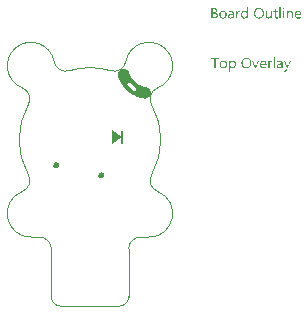
<source format=gto>
G04*
G04 #@! TF.GenerationSoftware,Altium Limited,Altium Designer,21.3.2 (30)*
G04*
G04 Layer_Color=65535*
%FSAX25Y25*%
%MOIN*%
G70*
G04*
G04 #@! TF.SameCoordinates,922420EC-F797-4737-9FA0-C8A043E9FC0D*
G04*
G04*
G04 #@! TF.FilePolarity,Positive*
G04*
G01*
G75*
%ADD10C,0.01968*%
%ADD11C,0.00787*%
%ADD12C,0.00197*%
G36*
X0064623Y0044275D02*
X0064650Y0044268D01*
X0064678Y0044259D01*
X0064709Y0044244D01*
X0064740Y0044225D01*
X0064771Y0044201D01*
X0064774Y0044197D01*
X0064783Y0044188D01*
X0064796Y0044173D01*
X0064811Y0044151D01*
X0064824Y0044123D01*
X0064836Y0044092D01*
X0064845Y0044055D01*
X0064848Y0044015D01*
Y0044009D01*
Y0043997D01*
X0064845Y0043978D01*
X0064839Y0043950D01*
X0064830Y0043922D01*
X0064814Y0043891D01*
X0064796Y0043861D01*
X0064771Y0043830D01*
X0064768Y0043827D01*
X0064759Y0043817D01*
X0064740Y0043805D01*
X0064719Y0043793D01*
X0064691Y0043780D01*
X0064660Y0043768D01*
X0064626Y0043759D01*
X0064586Y0043755D01*
X0064567D01*
X0064549Y0043759D01*
X0064521Y0043765D01*
X0064493Y0043774D01*
X0064462Y0043786D01*
X0064431Y0043802D01*
X0064400Y0043827D01*
X0064397Y0043830D01*
X0064388Y0043839D01*
X0064376Y0043857D01*
X0064363Y0043879D01*
X0064351Y0043904D01*
X0064338Y0043938D01*
X0064329Y0043975D01*
X0064326Y0044015D01*
Y0044021D01*
Y0044034D01*
X0064329Y0044055D01*
X0064335Y0044080D01*
X0064345Y0044111D01*
X0064357Y0044142D01*
X0064376Y0044173D01*
X0064400Y0044201D01*
X0064403Y0044203D01*
X0064413Y0044213D01*
X0064431Y0044225D01*
X0064453Y0044241D01*
X0064481Y0044253D01*
X0064512Y0044265D01*
X0064546Y0044275D01*
X0064586Y0044278D01*
X0064604D01*
X0064623Y0044275D01*
D02*
G37*
G36*
X0052655Y0040610D02*
X0052254D01*
Y0041033D01*
X0052244D01*
X0052241Y0041027D01*
X0052232Y0041012D01*
X0052213Y0040990D01*
X0052192Y0040959D01*
X0052161Y0040922D01*
X0052127Y0040882D01*
X0052083Y0040839D01*
X0052031Y0040792D01*
X0051975Y0040746D01*
X0051911Y0040703D01*
X0051839Y0040662D01*
X0051762Y0040625D01*
X0051679Y0040594D01*
X0051586Y0040573D01*
X0051487Y0040557D01*
X0051382Y0040551D01*
X0051360D01*
X0051336Y0040554D01*
X0051305Y0040557D01*
X0051265Y0040560D01*
X0051218Y0040570D01*
X0051166Y0040579D01*
X0051110Y0040594D01*
X0051051Y0040610D01*
X0050990Y0040635D01*
X0050928Y0040659D01*
X0050863Y0040693D01*
X0050801Y0040730D01*
X0050739Y0040777D01*
X0050681Y0040829D01*
X0050625Y0040888D01*
X0050622Y0040891D01*
X0050613Y0040903D01*
X0050600Y0040922D01*
X0050582Y0040950D01*
X0050560Y0040984D01*
X0050535Y0041024D01*
X0050511Y0041073D01*
X0050486Y0041129D01*
X0050458Y0041191D01*
X0050433Y0041259D01*
X0050409Y0041336D01*
X0050387Y0041416D01*
X0050369Y0041503D01*
X0050356Y0041599D01*
X0050347Y0041698D01*
X0050344Y0041803D01*
Y0041806D01*
Y0041809D01*
Y0041818D01*
Y0041830D01*
X0050347Y0041861D01*
X0050350Y0041905D01*
X0050353Y0041960D01*
X0050359Y0042019D01*
X0050369Y0042087D01*
X0050384Y0042161D01*
X0050400Y0042238D01*
X0050421Y0042322D01*
X0050446Y0042402D01*
X0050477Y0042489D01*
X0050511Y0042569D01*
X0050554Y0042649D01*
X0050600Y0042726D01*
X0050656Y0042801D01*
X0050659Y0042804D01*
X0050671Y0042816D01*
X0050690Y0042835D01*
X0050715Y0042859D01*
X0050745Y0042887D01*
X0050783Y0042921D01*
X0050829Y0042955D01*
X0050878Y0042989D01*
X0050937Y0043023D01*
X0050999Y0043057D01*
X0051067Y0043091D01*
X0051141Y0043119D01*
X0051221Y0043144D01*
X0051308Y0043162D01*
X0051398Y0043175D01*
X0051493Y0043178D01*
X0051515D01*
X0051543Y0043175D01*
X0051577Y0043172D01*
X0051620Y0043165D01*
X0051669Y0043156D01*
X0051722Y0043144D01*
X0051781Y0043128D01*
X0051842Y0043107D01*
X0051904Y0043079D01*
X0051966Y0043045D01*
X0052028Y0043005D01*
X0052087Y0042958D01*
X0052145Y0042906D01*
X0052198Y0042841D01*
X0052244Y0042770D01*
X0052254D01*
Y0044324D01*
X0052655D01*
Y0040610D01*
D02*
G37*
G36*
X0066869Y0043175D02*
X0066897D01*
X0066931Y0043168D01*
X0066971Y0043162D01*
X0067014Y0043156D01*
X0067061Y0043144D01*
X0067110Y0043131D01*
X0067163Y0043113D01*
X0067215Y0043091D01*
X0067268Y0043063D01*
X0067317Y0043032D01*
X0067367Y0042998D01*
X0067413Y0042955D01*
X0067456Y0042909D01*
X0067459Y0042906D01*
X0067466Y0042897D01*
X0067478Y0042881D01*
X0067490Y0042859D01*
X0067506Y0042832D01*
X0067524Y0042798D01*
X0067546Y0042757D01*
X0067567Y0042714D01*
X0067586Y0042662D01*
X0067608Y0042606D01*
X0067626Y0042541D01*
X0067642Y0042473D01*
X0067654Y0042399D01*
X0067666Y0042319D01*
X0067673Y0042235D01*
X0067676Y0042143D01*
Y0040610D01*
X0067274D01*
Y0042041D01*
Y0042044D01*
Y0042050D01*
Y0042059D01*
Y0042074D01*
X0067271Y0042093D01*
Y0042115D01*
X0067265Y0042164D01*
X0067255Y0042226D01*
X0067243Y0042294D01*
X0067225Y0042365D01*
X0067200Y0042439D01*
X0067169Y0042513D01*
X0067132Y0042584D01*
X0067085Y0042652D01*
X0067027Y0042714D01*
X0066962Y0042764D01*
X0066925Y0042785D01*
X0066882Y0042804D01*
X0066838Y0042819D01*
X0066792Y0042829D01*
X0066742Y0042835D01*
X0066690Y0042838D01*
X0066662D01*
X0066641Y0042835D01*
X0066616Y0042832D01*
X0066585Y0042825D01*
X0066551Y0042819D01*
X0066517Y0042810D01*
X0066477Y0042798D01*
X0066437Y0042782D01*
X0066396Y0042764D01*
X0066353Y0042742D01*
X0066313Y0042714D01*
X0066270Y0042683D01*
X0066229Y0042649D01*
X0066192Y0042609D01*
X0066189Y0042606D01*
X0066183Y0042600D01*
X0066174Y0042588D01*
X0066162Y0042569D01*
X0066146Y0042547D01*
X0066131Y0042520D01*
X0066112Y0042489D01*
X0066094Y0042455D01*
X0066075Y0042414D01*
X0066057Y0042371D01*
X0066041Y0042325D01*
X0066026Y0042275D01*
X0066013Y0042220D01*
X0066004Y0042164D01*
X0065998Y0042102D01*
X0065995Y0042041D01*
Y0040610D01*
X0065593D01*
Y0043119D01*
X0065995D01*
Y0042702D01*
X0066004D01*
X0066007Y0042708D01*
X0066016Y0042723D01*
X0066035Y0042745D01*
X0066057Y0042776D01*
X0066087Y0042813D01*
X0066121Y0042853D01*
X0066165Y0042897D01*
X0066214Y0042940D01*
X0066270Y0042983D01*
X0066331Y0043026D01*
X0066400Y0043066D01*
X0066471Y0043104D01*
X0066551Y0043134D01*
X0066637Y0043156D01*
X0066730Y0043172D01*
X0066829Y0043178D01*
X0066847D01*
X0066869Y0043175D01*
D02*
G37*
G36*
X0049893Y0043159D02*
X0049927D01*
X0049964Y0043153D01*
X0050004Y0043147D01*
X0050044Y0043141D01*
X0050078Y0043128D01*
Y0042711D01*
X0050072Y0042714D01*
X0050060Y0042723D01*
X0050035Y0042736D01*
X0050001Y0042751D01*
X0049955Y0042767D01*
X0049905Y0042779D01*
X0049843Y0042788D01*
X0049772Y0042791D01*
X0049747D01*
X0049729Y0042788D01*
X0049707Y0042785D01*
X0049683Y0042779D01*
X0049624Y0042761D01*
X0049590Y0042748D01*
X0049556Y0042733D01*
X0049519Y0042711D01*
X0049482Y0042689D01*
X0049448Y0042662D01*
X0049411Y0042628D01*
X0049377Y0042591D01*
X0049343Y0042547D01*
X0049340Y0042544D01*
X0049336Y0042535D01*
X0049327Y0042523D01*
X0049315Y0042504D01*
X0049303Y0042479D01*
X0049287Y0042448D01*
X0049272Y0042414D01*
X0049256Y0042374D01*
X0049241Y0042331D01*
X0049225Y0042282D01*
X0049210Y0042226D01*
X0049197Y0042167D01*
X0049185Y0042102D01*
X0049176Y0042034D01*
X0049173Y0041963D01*
X0049170Y0041886D01*
Y0040610D01*
X0048768D01*
Y0043119D01*
X0049170D01*
Y0042600D01*
X0049179D01*
Y0042603D01*
X0049182Y0042612D01*
X0049188Y0042625D01*
X0049194Y0042643D01*
X0049204Y0042665D01*
X0049216Y0042693D01*
X0049244Y0042751D01*
X0049281Y0042819D01*
X0049327Y0042887D01*
X0049380Y0042952D01*
X0049442Y0043014D01*
X0049445Y0043017D01*
X0049451Y0043020D01*
X0049460Y0043026D01*
X0049472Y0043039D01*
X0049488Y0043048D01*
X0049510Y0043060D01*
X0049556Y0043088D01*
X0049615Y0043116D01*
X0049683Y0043141D01*
X0049757Y0043156D01*
X0049797Y0043159D01*
X0049837Y0043162D01*
X0049862D01*
X0049893Y0043159D01*
D02*
G37*
G36*
X0060655Y0040610D02*
X0060254D01*
Y0041005D01*
X0060244D01*
X0060241Y0040999D01*
X0060232Y0040987D01*
X0060216Y0040962D01*
X0060198Y0040934D01*
X0060170Y0040900D01*
X0060136Y0040863D01*
X0060099Y0040820D01*
X0060053Y0040780D01*
X0060003Y0040737D01*
X0059944Y0040696D01*
X0059883Y0040656D01*
X0059812Y0040622D01*
X0059734Y0040594D01*
X0059654Y0040570D01*
X0059564Y0040557D01*
X0059469Y0040551D01*
X0059447D01*
X0059431Y0040554D01*
X0059410D01*
X0059385Y0040557D01*
X0059357Y0040563D01*
X0059330Y0040567D01*
X0059262Y0040585D01*
X0059184Y0040607D01*
X0059104Y0040641D01*
X0059064Y0040662D01*
X0059021Y0040684D01*
X0058977Y0040712D01*
X0058937Y0040740D01*
X0058897Y0040774D01*
X0058857Y0040811D01*
X0058817Y0040854D01*
X0058780Y0040897D01*
X0058746Y0040947D01*
X0058712Y0041002D01*
X0058684Y0041061D01*
X0058656Y0041123D01*
X0058631Y0041191D01*
X0058610Y0041265D01*
X0058594Y0041345D01*
X0058582Y0041429D01*
X0058576Y0041521D01*
X0058573Y0041617D01*
Y0043119D01*
X0058971D01*
Y0041682D01*
Y0041679D01*
Y0041673D01*
Y0041664D01*
Y0041648D01*
X0058974Y0041630D01*
Y0041608D01*
X0058980Y0041559D01*
X0058990Y0041497D01*
X0059002Y0041432D01*
X0059024Y0041358D01*
X0059048Y0041287D01*
X0059079Y0041212D01*
X0059119Y0041138D01*
X0059169Y0041073D01*
X0059228Y0041012D01*
X0059299Y0040962D01*
X0059336Y0040940D01*
X0059379Y0040922D01*
X0059425Y0040907D01*
X0059472Y0040897D01*
X0059524Y0040891D01*
X0059580Y0040888D01*
X0059608D01*
X0059629Y0040891D01*
X0059654Y0040894D01*
X0059682Y0040900D01*
X0059716Y0040907D01*
X0059750Y0040916D01*
X0059787Y0040925D01*
X0059827Y0040940D01*
X0059867Y0040959D01*
X0059907Y0040981D01*
X0059948Y0041005D01*
X0059988Y0041033D01*
X0060025Y0041067D01*
X0060062Y0041104D01*
X0060065Y0041107D01*
X0060071Y0041113D01*
X0060080Y0041126D01*
X0060093Y0041144D01*
X0060105Y0041166D01*
X0060124Y0041191D01*
X0060139Y0041222D01*
X0060158Y0041256D01*
X0060176Y0041296D01*
X0060192Y0041339D01*
X0060210Y0041385D01*
X0060223Y0041435D01*
X0060235Y0041491D01*
X0060244Y0041546D01*
X0060250Y0041608D01*
X0060254Y0041673D01*
Y0043119D01*
X0060655D01*
Y0040610D01*
D02*
G37*
G36*
X0064780D02*
X0064379D01*
Y0043119D01*
X0064780D01*
Y0040610D01*
D02*
G37*
G36*
X0063566D02*
X0063164D01*
Y0044324D01*
X0063566D01*
Y0040610D01*
D02*
G37*
G36*
X0047164Y0043175D02*
X0047186D01*
X0047207Y0043172D01*
X0047235Y0043168D01*
X0047266Y0043162D01*
X0047331Y0043150D01*
X0047408Y0043128D01*
X0047486Y0043100D01*
X0047569Y0043060D01*
X0047652Y0043011D01*
X0047693Y0042983D01*
X0047733Y0042949D01*
X0047770Y0042912D01*
X0047807Y0042875D01*
X0047841Y0042832D01*
X0047872Y0042782D01*
X0047903Y0042733D01*
X0047930Y0042677D01*
X0047952Y0042615D01*
X0047974Y0042550D01*
X0047989Y0042482D01*
X0048002Y0042405D01*
X0048008Y0042328D01*
X0048011Y0042241D01*
Y0040610D01*
X0047609D01*
Y0040999D01*
X0047600D01*
X0047597Y0040993D01*
X0047588Y0040981D01*
X0047572Y0040959D01*
X0047550Y0040928D01*
X0047523Y0040894D01*
X0047489Y0040857D01*
X0047452Y0040817D01*
X0047405Y0040777D01*
X0047353Y0040734D01*
X0047297Y0040693D01*
X0047232Y0040656D01*
X0047164Y0040622D01*
X0047087Y0040591D01*
X0047007Y0040570D01*
X0046920Y0040557D01*
X0046827Y0040551D01*
X0046790D01*
X0046766Y0040554D01*
X0046735Y0040557D01*
X0046698Y0040560D01*
X0046657Y0040567D01*
X0046614Y0040576D01*
X0046518Y0040601D01*
X0046472Y0040616D01*
X0046423Y0040635D01*
X0046373Y0040656D01*
X0046327Y0040684D01*
X0046284Y0040715D01*
X0046240Y0040749D01*
X0046237Y0040752D01*
X0046231Y0040758D01*
X0046222Y0040771D01*
X0046206Y0040786D01*
X0046191Y0040804D01*
X0046175Y0040829D01*
X0046154Y0040857D01*
X0046135Y0040888D01*
X0046117Y0040925D01*
X0046098Y0040965D01*
X0046080Y0041008D01*
X0046064Y0041055D01*
X0046049Y0041104D01*
X0046040Y0041157D01*
X0046033Y0041216D01*
X0046030Y0041274D01*
Y0041277D01*
Y0041284D01*
Y0041293D01*
X0046033Y0041305D01*
Y0041321D01*
X0046036Y0041339D01*
X0046043Y0041385D01*
X0046055Y0041441D01*
X0046073Y0041503D01*
X0046098Y0041571D01*
X0046135Y0041642D01*
X0046178Y0041713D01*
X0046231Y0041784D01*
X0046265Y0041818D01*
X0046299Y0041852D01*
X0046339Y0041886D01*
X0046379Y0041917D01*
X0046426Y0041948D01*
X0046475Y0041976D01*
X0046528Y0042000D01*
X0046586Y0042025D01*
X0046648Y0042047D01*
X0046713Y0042065D01*
X0046784Y0042081D01*
X0046858Y0042093D01*
X0047609Y0042198D01*
Y0042201D01*
Y0042204D01*
Y0042214D01*
Y0042226D01*
X0047606Y0042257D01*
X0047600Y0042297D01*
X0047594Y0042346D01*
X0047581Y0042402D01*
X0047566Y0042458D01*
X0047544Y0042520D01*
X0047517Y0042578D01*
X0047482Y0042637D01*
X0047442Y0042689D01*
X0047393Y0042739D01*
X0047331Y0042779D01*
X0047263Y0042810D01*
X0047226Y0042822D01*
X0047183Y0042832D01*
X0047139Y0042835D01*
X0047093Y0042838D01*
X0047071D01*
X0047050Y0042835D01*
X0047016Y0042832D01*
X0046976Y0042829D01*
X0046929Y0042822D01*
X0046877Y0042813D01*
X0046821Y0042801D01*
X0046759Y0042782D01*
X0046694Y0042764D01*
X0046627Y0042739D01*
X0046556Y0042708D01*
X0046484Y0042671D01*
X0046413Y0042631D01*
X0046342Y0042584D01*
X0046274Y0042529D01*
Y0042940D01*
X0046277Y0042943D01*
X0046290Y0042949D01*
X0046311Y0042961D01*
X0046339Y0042977D01*
X0046376Y0042995D01*
X0046416Y0043014D01*
X0046466Y0043036D01*
X0046521Y0043060D01*
X0046580Y0043082D01*
X0046645Y0043104D01*
X0046716Y0043122D01*
X0046790Y0043141D01*
X0046871Y0043156D01*
X0046951Y0043168D01*
X0047038Y0043175D01*
X0047127Y0043178D01*
X0047149D01*
X0047164Y0043175D01*
D02*
G37*
G36*
X0041528Y0044120D02*
X0041565Y0044117D01*
X0041608Y0044111D01*
X0041658Y0044105D01*
X0041714Y0044095D01*
X0041769Y0044083D01*
X0041828Y0044068D01*
X0041890Y0044049D01*
X0041948Y0044027D01*
X0042010Y0044003D01*
X0042066Y0043972D01*
X0042121Y0043938D01*
X0042174Y0043898D01*
X0042177Y0043894D01*
X0042186Y0043888D01*
X0042199Y0043876D01*
X0042214Y0043857D01*
X0042236Y0043836D01*
X0042257Y0043808D01*
X0042282Y0043777D01*
X0042307Y0043743D01*
X0042331Y0043703D01*
X0042356Y0043660D01*
X0042378Y0043610D01*
X0042399Y0043561D01*
X0042415Y0043505D01*
X0042427Y0043446D01*
X0042437Y0043385D01*
X0042440Y0043320D01*
Y0043317D01*
Y0043307D01*
Y0043292D01*
X0042437Y0043270D01*
X0042433Y0043242D01*
X0042430Y0043215D01*
X0042427Y0043181D01*
X0042421Y0043144D01*
X0042399Y0043060D01*
X0042372Y0042974D01*
X0042353Y0042927D01*
X0042331Y0042884D01*
X0042307Y0042841D01*
X0042279Y0042798D01*
X0042276Y0042794D01*
X0042273Y0042788D01*
X0042263Y0042776D01*
X0042248Y0042761D01*
X0042233Y0042745D01*
X0042214Y0042723D01*
X0042189Y0042702D01*
X0042165Y0042677D01*
X0042134Y0042652D01*
X0042100Y0042625D01*
X0042063Y0042600D01*
X0042022Y0042572D01*
X0041979Y0042547D01*
X0041936Y0042526D01*
X0041834Y0042485D01*
Y0042476D01*
X0041837D01*
X0041849Y0042473D01*
X0041868Y0042470D01*
X0041893Y0042467D01*
X0041924Y0042461D01*
X0041958Y0042452D01*
X0041998Y0042439D01*
X0042038Y0042427D01*
X0042127Y0042393D01*
X0042177Y0042371D01*
X0042223Y0042343D01*
X0042270Y0042316D01*
X0042316Y0042285D01*
X0042362Y0042248D01*
X0042402Y0042207D01*
X0042406Y0042204D01*
X0042412Y0042198D01*
X0042421Y0042186D01*
X0042437Y0042167D01*
X0042452Y0042143D01*
X0042470Y0042118D01*
X0042489Y0042084D01*
X0042511Y0042050D01*
X0042529Y0042010D01*
X0042548Y0041963D01*
X0042566Y0041917D01*
X0042582Y0041864D01*
X0042597Y0041806D01*
X0042606Y0041747D01*
X0042613Y0041685D01*
X0042616Y0041617D01*
Y0041611D01*
Y0041599D01*
X0042613Y0041574D01*
X0042610Y0041543D01*
X0042606Y0041503D01*
X0042597Y0041460D01*
X0042588Y0041410D01*
X0042576Y0041358D01*
X0042557Y0041299D01*
X0042535Y0041240D01*
X0042511Y0041181D01*
X0042480Y0041120D01*
X0042443Y0041058D01*
X0042399Y0040999D01*
X0042350Y0040944D01*
X0042291Y0040888D01*
X0042288Y0040885D01*
X0042276Y0040876D01*
X0042257Y0040863D01*
X0042233Y0040845D01*
X0042202Y0040823D01*
X0042162Y0040801D01*
X0042118Y0040774D01*
X0042069Y0040749D01*
X0042010Y0040724D01*
X0041948Y0040699D01*
X0041883Y0040675D01*
X0041809Y0040653D01*
X0041732Y0040635D01*
X0041652Y0040622D01*
X0041565Y0040613D01*
X0041475Y0040610D01*
X0040453D01*
Y0044123D01*
X0041494D01*
X0041528Y0044120D01*
D02*
G37*
G36*
X0061996Y0043119D02*
X0062630D01*
Y0042773D01*
X0061996D01*
Y0041361D01*
Y0041358D01*
Y0041348D01*
Y0041336D01*
Y0041321D01*
X0061999Y0041299D01*
X0062002Y0041274D01*
X0062009Y0041222D01*
X0062018Y0041160D01*
X0062033Y0041101D01*
X0062055Y0041046D01*
X0062067Y0041021D01*
X0062083Y0040999D01*
X0062086Y0040996D01*
X0062098Y0040984D01*
X0062120Y0040965D01*
X0062151Y0040947D01*
X0062191Y0040925D01*
X0062240Y0040910D01*
X0062299Y0040897D01*
X0062367Y0040891D01*
X0062392D01*
X0062420Y0040894D01*
X0062457Y0040900D01*
X0062497Y0040913D01*
X0062543Y0040925D01*
X0062586Y0040947D01*
X0062630Y0040975D01*
Y0040631D01*
X0062627D01*
X0062624Y0040628D01*
X0062614Y0040625D01*
X0062605Y0040619D01*
X0062571Y0040607D01*
X0062531Y0040594D01*
X0062475Y0040582D01*
X0062410Y0040570D01*
X0062336Y0040560D01*
X0062253Y0040557D01*
X0062225D01*
X0062191Y0040563D01*
X0062151Y0040570D01*
X0062101Y0040579D01*
X0062046Y0040598D01*
X0061984Y0040619D01*
X0061925Y0040650D01*
X0061863Y0040687D01*
X0061802Y0040737D01*
X0061746Y0040795D01*
X0061721Y0040829D01*
X0061696Y0040866D01*
X0061675Y0040907D01*
X0061656Y0040950D01*
X0061638Y0040996D01*
X0061622Y0041049D01*
X0061610Y0041101D01*
X0061601Y0041160D01*
X0061598Y0041222D01*
X0061594Y0041290D01*
Y0042773D01*
X0061165D01*
Y0043119D01*
X0061594D01*
Y0043731D01*
X0061996Y0043861D01*
Y0043119D01*
D02*
G37*
G36*
X0069465Y0043175D02*
X0069499Y0043172D01*
X0069542Y0043168D01*
X0069588Y0043162D01*
X0069641Y0043150D01*
X0069696Y0043137D01*
X0069758Y0043122D01*
X0069820Y0043100D01*
X0069882Y0043073D01*
X0069947Y0043042D01*
X0070009Y0043005D01*
X0070067Y0042961D01*
X0070126Y0042912D01*
X0070179Y0042856D01*
X0070182Y0042853D01*
X0070191Y0042841D01*
X0070203Y0042822D01*
X0070222Y0042798D01*
X0070240Y0042767D01*
X0070265Y0042726D01*
X0070290Y0042680D01*
X0070315Y0042628D01*
X0070339Y0042566D01*
X0070364Y0042501D01*
X0070389Y0042427D01*
X0070407Y0042349D01*
X0070426Y0042263D01*
X0070438Y0042173D01*
X0070447Y0042074D01*
X0070451Y0041973D01*
Y0041762D01*
X0068677D01*
Y0041756D01*
Y0041744D01*
X0068680Y0041722D01*
X0068683Y0041695D01*
X0068686Y0041657D01*
X0068692Y0041617D01*
X0068698Y0041574D01*
X0068711Y0041524D01*
X0068739Y0041420D01*
X0068757Y0041367D01*
X0068779Y0041311D01*
X0068804Y0041259D01*
X0068831Y0041206D01*
X0068865Y0041160D01*
X0068902Y0041113D01*
X0068906Y0041110D01*
X0068912Y0041104D01*
X0068924Y0041092D01*
X0068943Y0041080D01*
X0068964Y0041061D01*
X0068992Y0041043D01*
X0069023Y0041021D01*
X0069057Y0041002D01*
X0069097Y0040981D01*
X0069143Y0040959D01*
X0069190Y0040940D01*
X0069245Y0040922D01*
X0069301Y0040910D01*
X0069363Y0040897D01*
X0069428Y0040891D01*
X0069496Y0040888D01*
X0069514D01*
X0069536Y0040891D01*
X0069567D01*
X0069604Y0040897D01*
X0069647Y0040903D01*
X0069696Y0040913D01*
X0069752Y0040922D01*
X0069811Y0040937D01*
X0069873Y0040956D01*
X0069937Y0040978D01*
X0070002Y0041005D01*
X0070070Y0041036D01*
X0070138Y0041073D01*
X0070206Y0041117D01*
X0070274Y0041166D01*
Y0040789D01*
X0070271Y0040786D01*
X0070259Y0040780D01*
X0070240Y0040767D01*
X0070216Y0040752D01*
X0070182Y0040734D01*
X0070142Y0040715D01*
X0070095Y0040693D01*
X0070043Y0040672D01*
X0069981Y0040647D01*
X0069916Y0040625D01*
X0069845Y0040607D01*
X0069768Y0040588D01*
X0069684Y0040573D01*
X0069595Y0040560D01*
X0069499Y0040554D01*
X0069400Y0040551D01*
X0069375D01*
X0069350Y0040554D01*
X0069313Y0040557D01*
X0069267Y0040560D01*
X0069214Y0040570D01*
X0069159Y0040579D01*
X0069097Y0040594D01*
X0069032Y0040613D01*
X0068964Y0040635D01*
X0068893Y0040662D01*
X0068825Y0040693D01*
X0068754Y0040734D01*
X0068689Y0040780D01*
X0068624Y0040832D01*
X0068566Y0040891D01*
X0068563Y0040894D01*
X0068553Y0040907D01*
X0068538Y0040928D01*
X0068519Y0040956D01*
X0068494Y0040990D01*
X0068470Y0041033D01*
X0068442Y0041083D01*
X0068414Y0041141D01*
X0068386Y0041203D01*
X0068358Y0041277D01*
X0068334Y0041355D01*
X0068309Y0041441D01*
X0068291Y0041534D01*
X0068275Y0041633D01*
X0068266Y0041741D01*
X0068263Y0041852D01*
Y0041855D01*
Y0041858D01*
Y0041868D01*
Y0041877D01*
X0068266Y0041908D01*
X0068269Y0041951D01*
X0068272Y0042000D01*
X0068281Y0042056D01*
X0068291Y0042121D01*
X0068303Y0042192D01*
X0068322Y0042266D01*
X0068343Y0042343D01*
X0068371Y0042424D01*
X0068402Y0042504D01*
X0068439Y0042581D01*
X0068485Y0042662D01*
X0068535Y0042736D01*
X0068593Y0042807D01*
X0068597Y0042810D01*
X0068609Y0042822D01*
X0068627Y0042841D01*
X0068652Y0042866D01*
X0068686Y0042893D01*
X0068726Y0042924D01*
X0068770Y0042958D01*
X0068822Y0042992D01*
X0068878Y0043026D01*
X0068943Y0043060D01*
X0069011Y0043091D01*
X0069082Y0043119D01*
X0069159Y0043144D01*
X0069242Y0043162D01*
X0069329Y0043175D01*
X0069418Y0043178D01*
X0069440D01*
X0069465Y0043175D01*
D02*
G37*
G36*
X0056422Y0044179D02*
X0056444D01*
X0056465Y0044176D01*
X0056493D01*
X0056555Y0044166D01*
X0056626Y0044157D01*
X0056706Y0044142D01*
X0056793Y0044120D01*
X0056882Y0044095D01*
X0056978Y0044061D01*
X0057074Y0044021D01*
X0057173Y0043975D01*
X0057272Y0043919D01*
X0057364Y0043854D01*
X0057457Y0043777D01*
X0057543Y0043691D01*
X0057550Y0043684D01*
X0057562Y0043669D01*
X0057584Y0043641D01*
X0057615Y0043601D01*
X0057645Y0043551D01*
X0057686Y0043493D01*
X0057726Y0043425D01*
X0057766Y0043348D01*
X0057806Y0043258D01*
X0057846Y0043162D01*
X0057886Y0043057D01*
X0057920Y0042943D01*
X0057948Y0042819D01*
X0057970Y0042689D01*
X0057982Y0042553D01*
X0057989Y0042408D01*
Y0042405D01*
Y0042399D01*
Y0042387D01*
Y0042371D01*
X0057985Y0042349D01*
Y0042325D01*
X0057982Y0042297D01*
Y0042266D01*
X0057979Y0042232D01*
X0057976Y0042195D01*
X0057964Y0042112D01*
X0057951Y0042016D01*
X0057933Y0041917D01*
X0057908Y0041809D01*
X0057877Y0041698D01*
X0057840Y0041586D01*
X0057797Y0041472D01*
X0057744Y0041361D01*
X0057683Y0041249D01*
X0057612Y0041148D01*
X0057531Y0041049D01*
X0057525Y0041043D01*
X0057510Y0041027D01*
X0057485Y0041002D01*
X0057448Y0040971D01*
X0057401Y0040934D01*
X0057346Y0040891D01*
X0057284Y0040848D01*
X0057210Y0040801D01*
X0057126Y0040755D01*
X0057034Y0040709D01*
X0056935Y0040666D01*
X0056827Y0040628D01*
X0056709Y0040598D01*
X0056586Y0040573D01*
X0056453Y0040557D01*
X0056314Y0040551D01*
X0056280D01*
X0056264Y0040554D01*
X0056243D01*
X0056218Y0040557D01*
X0056190Y0040560D01*
X0056125Y0040567D01*
X0056054Y0040576D01*
X0055971Y0040591D01*
X0055884Y0040613D01*
X0055788Y0040638D01*
X0055693Y0040672D01*
X0055594Y0040712D01*
X0055492Y0040758D01*
X0055393Y0040814D01*
X0055297Y0040882D01*
X0055201Y0040956D01*
X0055115Y0041043D01*
X0055109Y0041049D01*
X0055096Y0041064D01*
X0055075Y0041092D01*
X0055044Y0041132D01*
X0055010Y0041181D01*
X0054973Y0041240D01*
X0054932Y0041308D01*
X0054892Y0041388D01*
X0054849Y0041475D01*
X0054809Y0041571D01*
X0054772Y0041676D01*
X0054738Y0041790D01*
X0054707Y0041914D01*
X0054685Y0042044D01*
X0054673Y0042180D01*
X0054667Y0042325D01*
Y0042328D01*
Y0042334D01*
Y0042346D01*
Y0042362D01*
X0054670Y0042384D01*
Y0042405D01*
X0054673Y0042433D01*
Y0042464D01*
X0054676Y0042498D01*
X0054682Y0042538D01*
X0054691Y0042618D01*
X0054704Y0042711D01*
X0054725Y0042810D01*
X0054747Y0042918D01*
X0054778Y0043026D01*
X0054815Y0043137D01*
X0054858Y0043252D01*
X0054911Y0043363D01*
X0054973Y0043471D01*
X0055044Y0043576D01*
X0055124Y0043675D01*
X0055130Y0043681D01*
X0055146Y0043697D01*
X0055170Y0043722D01*
X0055208Y0043755D01*
X0055254Y0043793D01*
X0055313Y0043836D01*
X0055377Y0043882D01*
X0055452Y0043929D01*
X0055538Y0043975D01*
X0055631Y0044021D01*
X0055733Y0044065D01*
X0055844Y0044102D01*
X0055964Y0044136D01*
X0056091Y0044160D01*
X0056227Y0044176D01*
X0056372Y0044182D01*
X0056403D01*
X0056422Y0044179D01*
D02*
G37*
G36*
X0044436Y0043175D02*
X0044476Y0043172D01*
X0044522Y0043168D01*
X0044578Y0043159D01*
X0044637Y0043150D01*
X0044701Y0043134D01*
X0044773Y0043116D01*
X0044844Y0043094D01*
X0044915Y0043066D01*
X0044989Y0043032D01*
X0045060Y0042992D01*
X0045131Y0042946D01*
X0045196Y0042893D01*
X0045258Y0042832D01*
X0045261Y0042829D01*
X0045270Y0042816D01*
X0045285Y0042794D01*
X0045307Y0042767D01*
X0045332Y0042733D01*
X0045357Y0042689D01*
X0045388Y0042640D01*
X0045415Y0042581D01*
X0045446Y0042516D01*
X0045474Y0042445D01*
X0045499Y0042368D01*
X0045523Y0042282D01*
X0045545Y0042189D01*
X0045561Y0042090D01*
X0045570Y0041985D01*
X0045573Y0041874D01*
Y0041871D01*
Y0041868D01*
Y0041858D01*
Y0041846D01*
X0045570Y0041815D01*
X0045567Y0041775D01*
X0045564Y0041722D01*
X0045554Y0041664D01*
X0045545Y0041599D01*
X0045530Y0041528D01*
X0045511Y0041453D01*
X0045489Y0041373D01*
X0045462Y0041293D01*
X0045431Y0041212D01*
X0045391Y0041132D01*
X0045344Y0041055D01*
X0045292Y0040981D01*
X0045233Y0040910D01*
X0045230Y0040907D01*
X0045217Y0040894D01*
X0045199Y0040876D01*
X0045171Y0040854D01*
X0045137Y0040826D01*
X0045097Y0040795D01*
X0045048Y0040764D01*
X0044992Y0040730D01*
X0044930Y0040696D01*
X0044862Y0040666D01*
X0044788Y0040635D01*
X0044708Y0040607D01*
X0044618Y0040585D01*
X0044525Y0040567D01*
X0044430Y0040554D01*
X0044324Y0040551D01*
X0044300D01*
X0044272Y0040554D01*
X0044232Y0040557D01*
X0044186Y0040560D01*
X0044130Y0040570D01*
X0044071Y0040579D01*
X0044006Y0040594D01*
X0043935Y0040613D01*
X0043864Y0040638D01*
X0043790Y0040666D01*
X0043716Y0040699D01*
X0043642Y0040740D01*
X0043567Y0040786D01*
X0043499Y0040839D01*
X0043435Y0040900D01*
X0043431Y0040903D01*
X0043419Y0040916D01*
X0043404Y0040937D01*
X0043382Y0040965D01*
X0043357Y0040999D01*
X0043330Y0041043D01*
X0043302Y0041092D01*
X0043271Y0041151D01*
X0043240Y0041212D01*
X0043209Y0041284D01*
X0043181Y0041361D01*
X0043156Y0041444D01*
X0043135Y0041531D01*
X0043119Y0041627D01*
X0043107Y0041728D01*
X0043104Y0041833D01*
Y0041837D01*
Y0041840D01*
Y0041849D01*
Y0041861D01*
X0043107Y0041895D01*
X0043110Y0041939D01*
X0043113Y0041991D01*
X0043123Y0042053D01*
X0043132Y0042121D01*
X0043147Y0042195D01*
X0043166Y0042272D01*
X0043187Y0042353D01*
X0043215Y0042436D01*
X0043249Y0042520D01*
X0043289Y0042600D01*
X0043333Y0042677D01*
X0043385Y0042751D01*
X0043447Y0042822D01*
X0043450Y0042825D01*
X0043462Y0042838D01*
X0043484Y0042856D01*
X0043512Y0042878D01*
X0043546Y0042906D01*
X0043589Y0042934D01*
X0043639Y0042968D01*
X0043694Y0043001D01*
X0043756Y0043032D01*
X0043827Y0043066D01*
X0043904Y0043094D01*
X0043988Y0043122D01*
X0044077Y0043144D01*
X0044173Y0043162D01*
X0044275Y0043175D01*
X0044383Y0043178D01*
X0044408D01*
X0044436Y0043175D01*
D02*
G37*
G36*
X0047655Y0026580D02*
X0047690Y0026577D01*
X0047730Y0026574D01*
X0047776Y0026564D01*
X0047829Y0026555D01*
X0047887Y0026539D01*
X0047946Y0026521D01*
X0048008Y0026499D01*
X0048070Y0026472D01*
X0048134Y0026441D01*
X0048196Y0026401D01*
X0048255Y0026354D01*
X0048314Y0026302D01*
X0048366Y0026243D01*
X0048369Y0026240D01*
X0048379Y0026227D01*
X0048391Y0026209D01*
X0048410Y0026181D01*
X0048428Y0026147D01*
X0048453Y0026107D01*
X0048478Y0026057D01*
X0048502Y0026005D01*
X0048527Y0025943D01*
X0048552Y0025875D01*
X0048576Y0025801D01*
X0048595Y0025721D01*
X0048613Y0025634D01*
X0048626Y0025541D01*
X0048635Y0025443D01*
X0048638Y0025341D01*
Y0025337D01*
Y0025334D01*
Y0025325D01*
Y0025313D01*
X0048635Y0025279D01*
X0048632Y0025236D01*
X0048629Y0025183D01*
X0048623Y0025121D01*
X0048613Y0025053D01*
X0048601Y0024979D01*
X0048583Y0024902D01*
X0048564Y0024818D01*
X0048539Y0024735D01*
X0048508Y0024652D01*
X0048474Y0024568D01*
X0048434Y0024485D01*
X0048385Y0024407D01*
X0048332Y0024333D01*
X0048329Y0024330D01*
X0048317Y0024318D01*
X0048301Y0024299D01*
X0048277Y0024275D01*
X0048246Y0024247D01*
X0048209Y0024213D01*
X0048162Y0024179D01*
X0048113Y0024145D01*
X0048057Y0024111D01*
X0047992Y0024077D01*
X0047924Y0024043D01*
X0047850Y0024015D01*
X0047770Y0023990D01*
X0047683Y0023972D01*
X0047591Y0023959D01*
X0047495Y0023956D01*
X0047473D01*
X0047449Y0023959D01*
X0047414Y0023963D01*
X0047374Y0023969D01*
X0047328Y0023978D01*
X0047276Y0023990D01*
X0047217Y0024009D01*
X0047158Y0024030D01*
X0047096Y0024058D01*
X0047034Y0024092D01*
X0046970Y0024132D01*
X0046908Y0024182D01*
X0046849Y0024238D01*
X0046793Y0024302D01*
X0046741Y0024376D01*
X0046732D01*
Y0022862D01*
X0046330D01*
Y0026524D01*
X0046732D01*
Y0026082D01*
X0046741D01*
X0046744Y0026088D01*
X0046756Y0026104D01*
X0046772Y0026129D01*
X0046797Y0026160D01*
X0046827Y0026200D01*
X0046865Y0026240D01*
X0046911Y0026286D01*
X0046960Y0026333D01*
X0047019Y0026379D01*
X0047084Y0026425D01*
X0047155Y0026465D01*
X0047232Y0026506D01*
X0047316Y0026536D01*
X0047408Y0026561D01*
X0047504Y0026577D01*
X0047609Y0026583D01*
X0047631D01*
X0047655Y0026580D01*
D02*
G37*
G36*
X0060590Y0026564D02*
X0060624D01*
X0060661Y0026558D01*
X0060702Y0026552D01*
X0060742Y0026546D01*
X0060776Y0026533D01*
Y0026116D01*
X0060769Y0026119D01*
X0060757Y0026129D01*
X0060732Y0026141D01*
X0060698Y0026156D01*
X0060652Y0026172D01*
X0060603Y0026184D01*
X0060541Y0026193D01*
X0060470Y0026197D01*
X0060445D01*
X0060426Y0026193D01*
X0060405Y0026190D01*
X0060380Y0026184D01*
X0060321Y0026166D01*
X0060287Y0026153D01*
X0060254Y0026138D01*
X0060216Y0026116D01*
X0060179Y0026095D01*
X0060145Y0026067D01*
X0060108Y0026033D01*
X0060074Y0025996D01*
X0060040Y0025952D01*
X0060037Y0025949D01*
X0060034Y0025940D01*
X0060025Y0025928D01*
X0060013Y0025909D01*
X0060000Y0025884D01*
X0059985Y0025854D01*
X0059969Y0025820D01*
X0059954Y0025779D01*
X0059938Y0025736D01*
X0059923Y0025687D01*
X0059907Y0025631D01*
X0059895Y0025572D01*
X0059883Y0025508D01*
X0059873Y0025440D01*
X0059870Y0025368D01*
X0059867Y0025291D01*
Y0024015D01*
X0059465D01*
Y0026524D01*
X0059867D01*
Y0026005D01*
X0059877D01*
Y0026008D01*
X0059880Y0026017D01*
X0059886Y0026030D01*
X0059892Y0026048D01*
X0059901Y0026070D01*
X0059914Y0026098D01*
X0059941Y0026156D01*
X0059978Y0026224D01*
X0060025Y0026292D01*
X0060077Y0026357D01*
X0060139Y0026419D01*
X0060142Y0026422D01*
X0060148Y0026425D01*
X0060158Y0026431D01*
X0060170Y0026444D01*
X0060185Y0026453D01*
X0060207Y0026465D01*
X0060254Y0026493D01*
X0060312Y0026521D01*
X0060380Y0026546D01*
X0060454Y0026561D01*
X0060495Y0026564D01*
X0060535Y0026567D01*
X0060559D01*
X0060590Y0026564D01*
D02*
G37*
G36*
X0065822Y0023613D02*
Y0023610D01*
X0065819Y0023604D01*
X0065812Y0023595D01*
X0065806Y0023579D01*
X0065800Y0023561D01*
X0065791Y0023542D01*
X0065766Y0023493D01*
X0065732Y0023434D01*
X0065695Y0023366D01*
X0065649Y0023298D01*
X0065596Y0023224D01*
X0065537Y0023153D01*
X0065473Y0023082D01*
X0065401Y0023014D01*
X0065324Y0022955D01*
X0065241Y0022906D01*
X0065197Y0022887D01*
X0065151Y0022869D01*
X0065105Y0022853D01*
X0065055Y0022844D01*
X0065006Y0022838D01*
X0064953Y0022835D01*
X0064929D01*
X0064898Y0022838D01*
X0064861D01*
X0064820Y0022844D01*
X0064777Y0022850D01*
X0064731Y0022856D01*
X0064691Y0022869D01*
Y0023227D01*
X0064697Y0023224D01*
X0064712Y0023221D01*
X0064737Y0023215D01*
X0064768Y0023205D01*
X0064805Y0023196D01*
X0064845Y0023190D01*
X0064889Y0023187D01*
X0064929Y0023184D01*
X0064941D01*
X0064956Y0023187D01*
X0064978Y0023190D01*
X0065003Y0023196D01*
X0065034Y0023202D01*
X0065065Y0023215D01*
X0065102Y0023230D01*
X0065136Y0023249D01*
X0065176Y0023273D01*
X0065213Y0023301D01*
X0065250Y0023335D01*
X0065287Y0023379D01*
X0065324Y0023425D01*
X0065355Y0023480D01*
X0065386Y0023545D01*
X0065587Y0024018D01*
X0064607Y0026524D01*
X0065052D01*
X0065732Y0024593D01*
Y0024590D01*
X0065735Y0024584D01*
X0065738Y0024574D01*
X0065744Y0024556D01*
X0065751Y0024531D01*
X0065757Y0024497D01*
X0065769Y0024454D01*
X0065781Y0024401D01*
X0065797D01*
Y0024404D01*
X0065800Y0024414D01*
X0065803Y0024426D01*
X0065809Y0024448D01*
X0065816Y0024472D01*
X0065822Y0024503D01*
X0065834Y0024543D01*
X0065846Y0024587D01*
X0066560Y0026524D01*
X0066974D01*
X0065822Y0023613D01*
D02*
G37*
G36*
X0055411Y0024015D02*
X0055016D01*
X0054067Y0026524D01*
X0054506D01*
X0055146Y0024701D01*
Y0024698D01*
X0055149Y0024692D01*
X0055152Y0024682D01*
X0055158Y0024667D01*
X0055164Y0024648D01*
X0055170Y0024630D01*
X0055183Y0024580D01*
X0055198Y0024528D01*
X0055214Y0024469D01*
X0055223Y0024407D01*
X0055232Y0024349D01*
X0055242D01*
Y0024352D01*
Y0024358D01*
X0055245Y0024367D01*
X0055248Y0024380D01*
Y0024398D01*
X0055254Y0024417D01*
X0055260Y0024463D01*
X0055272Y0024516D01*
X0055285Y0024571D01*
X0055303Y0024630D01*
X0055322Y0024689D01*
X0055986Y0026524D01*
X0056410D01*
X0055411Y0024015D01*
D02*
G37*
G36*
X0063374Y0026580D02*
X0063396D01*
X0063418Y0026577D01*
X0063445Y0026574D01*
X0063476Y0026567D01*
X0063541Y0026555D01*
X0063618Y0026533D01*
X0063696Y0026506D01*
X0063779Y0026465D01*
X0063863Y0026416D01*
X0063903Y0026388D01*
X0063943Y0026354D01*
X0063980Y0026317D01*
X0064017Y0026280D01*
X0064051Y0026237D01*
X0064082Y0026187D01*
X0064113Y0026138D01*
X0064141Y0026082D01*
X0064162Y0026020D01*
X0064184Y0025956D01*
X0064199Y0025888D01*
X0064212Y0025810D01*
X0064218Y0025733D01*
X0064221Y0025646D01*
Y0024015D01*
X0063819D01*
Y0024404D01*
X0063810D01*
X0063807Y0024398D01*
X0063798Y0024386D01*
X0063782Y0024364D01*
X0063761Y0024333D01*
X0063733Y0024299D01*
X0063699Y0024262D01*
X0063662Y0024222D01*
X0063615Y0024182D01*
X0063563Y0024139D01*
X0063507Y0024098D01*
X0063442Y0024061D01*
X0063374Y0024027D01*
X0063297Y0023997D01*
X0063217Y0023975D01*
X0063130Y0023963D01*
X0063038Y0023956D01*
X0063001D01*
X0062976Y0023959D01*
X0062945Y0023963D01*
X0062908Y0023966D01*
X0062868Y0023972D01*
X0062824Y0023981D01*
X0062729Y0024006D01*
X0062682Y0024021D01*
X0062633Y0024040D01*
X0062583Y0024061D01*
X0062537Y0024089D01*
X0062494Y0024120D01*
X0062450Y0024154D01*
X0062447Y0024157D01*
X0062441Y0024163D01*
X0062432Y0024176D01*
X0062416Y0024191D01*
X0062401Y0024210D01*
X0062386Y0024234D01*
X0062364Y0024262D01*
X0062345Y0024293D01*
X0062327Y0024330D01*
X0062308Y0024370D01*
X0062290Y0024414D01*
X0062274Y0024460D01*
X0062259Y0024509D01*
X0062250Y0024562D01*
X0062243Y0024621D01*
X0062240Y0024679D01*
Y0024682D01*
Y0024689D01*
Y0024698D01*
X0062243Y0024710D01*
Y0024726D01*
X0062247Y0024744D01*
X0062253Y0024791D01*
X0062265Y0024846D01*
X0062284Y0024908D01*
X0062308Y0024976D01*
X0062345Y0025047D01*
X0062389Y0025118D01*
X0062441Y0025189D01*
X0062475Y0025223D01*
X0062509Y0025257D01*
X0062549Y0025291D01*
X0062590Y0025322D01*
X0062636Y0025353D01*
X0062685Y0025381D01*
X0062738Y0025405D01*
X0062796Y0025430D01*
X0062858Y0025452D01*
X0062923Y0025470D01*
X0062994Y0025486D01*
X0063068Y0025498D01*
X0063819Y0025603D01*
Y0025606D01*
Y0025609D01*
Y0025619D01*
Y0025631D01*
X0063816Y0025662D01*
X0063810Y0025702D01*
X0063804Y0025752D01*
X0063792Y0025807D01*
X0063776Y0025863D01*
X0063754Y0025925D01*
X0063727Y0025983D01*
X0063693Y0026042D01*
X0063652Y0026095D01*
X0063603Y0026144D01*
X0063541Y0026184D01*
X0063473Y0026215D01*
X0063436Y0026227D01*
X0063393Y0026237D01*
X0063350Y0026240D01*
X0063303Y0026243D01*
X0063282D01*
X0063260Y0026240D01*
X0063226Y0026237D01*
X0063186Y0026234D01*
X0063139Y0026227D01*
X0063087Y0026218D01*
X0063031Y0026206D01*
X0062970Y0026187D01*
X0062905Y0026169D01*
X0062837Y0026144D01*
X0062766Y0026113D01*
X0062695Y0026076D01*
X0062624Y0026036D01*
X0062552Y0025989D01*
X0062485Y0025934D01*
Y0026345D01*
X0062488Y0026348D01*
X0062500Y0026354D01*
X0062521Y0026366D01*
X0062549Y0026382D01*
X0062586Y0026401D01*
X0062627Y0026419D01*
X0062676Y0026441D01*
X0062732Y0026465D01*
X0062790Y0026487D01*
X0062855Y0026509D01*
X0062926Y0026527D01*
X0063001Y0026546D01*
X0063081Y0026561D01*
X0063161Y0026574D01*
X0063248Y0026580D01*
X0063337Y0026583D01*
X0063359D01*
X0063374Y0026580D01*
D02*
G37*
G36*
X0061613Y0024015D02*
X0061211D01*
Y0027729D01*
X0061613D01*
Y0024015D01*
D02*
G37*
G36*
X0042891Y0027154D02*
X0041877D01*
Y0024015D01*
X0041466D01*
Y0027154D01*
X0040453D01*
Y0027528D01*
X0042891D01*
Y0027154D01*
D02*
G37*
G36*
X0057874Y0026580D02*
X0057908Y0026577D01*
X0057951Y0026574D01*
X0057998Y0026567D01*
X0058050Y0026555D01*
X0058106Y0026543D01*
X0058168Y0026527D01*
X0058230Y0026506D01*
X0058291Y0026478D01*
X0058356Y0026447D01*
X0058418Y0026410D01*
X0058477Y0026366D01*
X0058535Y0026317D01*
X0058588Y0026261D01*
X0058591Y0026258D01*
X0058600Y0026246D01*
X0058613Y0026227D01*
X0058631Y0026203D01*
X0058650Y0026172D01*
X0058675Y0026132D01*
X0058699Y0026085D01*
X0058724Y0026033D01*
X0058749Y0025971D01*
X0058773Y0025906D01*
X0058798Y0025832D01*
X0058817Y0025755D01*
X0058835Y0025668D01*
X0058847Y0025578D01*
X0058857Y0025480D01*
X0058860Y0025378D01*
Y0025168D01*
X0057086D01*
Y0025161D01*
Y0025149D01*
X0057089Y0025127D01*
X0057092Y0025100D01*
X0057095Y0025063D01*
X0057102Y0025022D01*
X0057108Y0024979D01*
X0057120Y0024930D01*
X0057148Y0024825D01*
X0057167Y0024772D01*
X0057188Y0024716D01*
X0057213Y0024664D01*
X0057241Y0024611D01*
X0057275Y0024565D01*
X0057312Y0024519D01*
X0057315Y0024516D01*
X0057321Y0024509D01*
X0057333Y0024497D01*
X0057352Y0024485D01*
X0057374Y0024466D01*
X0057401Y0024448D01*
X0057432Y0024426D01*
X0057466Y0024407D01*
X0057507Y0024386D01*
X0057553Y0024364D01*
X0057599Y0024346D01*
X0057655Y0024327D01*
X0057710Y0024315D01*
X0057772Y0024302D01*
X0057837Y0024296D01*
X0057905Y0024293D01*
X0057924D01*
X0057945Y0024296D01*
X0057976D01*
X0058013Y0024302D01*
X0058056Y0024308D01*
X0058106Y0024318D01*
X0058161Y0024327D01*
X0058220Y0024342D01*
X0058282Y0024361D01*
X0058347Y0024383D01*
X0058412Y0024410D01*
X0058480Y0024441D01*
X0058548Y0024478D01*
X0058616Y0024522D01*
X0058684Y0024571D01*
Y0024194D01*
X0058681Y0024191D01*
X0058668Y0024185D01*
X0058650Y0024173D01*
X0058625Y0024157D01*
X0058591Y0024139D01*
X0058551Y0024120D01*
X0058504Y0024098D01*
X0058452Y0024077D01*
X0058390Y0024052D01*
X0058325Y0024030D01*
X0058254Y0024012D01*
X0058177Y0023993D01*
X0058094Y0023978D01*
X0058004Y0023966D01*
X0057908Y0023959D01*
X0057809Y0023956D01*
X0057785D01*
X0057760Y0023959D01*
X0057723Y0023963D01*
X0057676Y0023966D01*
X0057624Y0023975D01*
X0057568Y0023984D01*
X0057507Y0024000D01*
X0057442Y0024018D01*
X0057374Y0024040D01*
X0057302Y0024068D01*
X0057235Y0024098D01*
X0057164Y0024139D01*
X0057099Y0024185D01*
X0057034Y0024238D01*
X0056975Y0024296D01*
X0056972Y0024299D01*
X0056963Y0024312D01*
X0056947Y0024333D01*
X0056929Y0024361D01*
X0056904Y0024395D01*
X0056879Y0024438D01*
X0056851Y0024488D01*
X0056824Y0024546D01*
X0056796Y0024608D01*
X0056768Y0024682D01*
X0056743Y0024760D01*
X0056718Y0024846D01*
X0056700Y0024939D01*
X0056684Y0025038D01*
X0056675Y0025146D01*
X0056672Y0025257D01*
Y0025260D01*
Y0025263D01*
Y0025273D01*
Y0025282D01*
X0056675Y0025313D01*
X0056678Y0025356D01*
X0056681Y0025405D01*
X0056691Y0025461D01*
X0056700Y0025526D01*
X0056712Y0025597D01*
X0056731Y0025671D01*
X0056753Y0025749D01*
X0056780Y0025829D01*
X0056811Y0025909D01*
X0056848Y0025986D01*
X0056895Y0026067D01*
X0056944Y0026141D01*
X0057003Y0026212D01*
X0057006Y0026215D01*
X0057018Y0026227D01*
X0057037Y0026246D01*
X0057061Y0026271D01*
X0057095Y0026298D01*
X0057136Y0026329D01*
X0057179Y0026363D01*
X0057231Y0026397D01*
X0057287Y0026431D01*
X0057352Y0026465D01*
X0057420Y0026496D01*
X0057491Y0026524D01*
X0057568Y0026549D01*
X0057652Y0026567D01*
X0057738Y0026580D01*
X0057828Y0026583D01*
X0057850D01*
X0057874Y0026580D01*
D02*
G37*
G36*
X0052235Y0027584D02*
X0052257D01*
X0052278Y0027581D01*
X0052306D01*
X0052368Y0027572D01*
X0052439Y0027562D01*
X0052519Y0027547D01*
X0052606Y0027525D01*
X0052695Y0027501D01*
X0052791Y0027466D01*
X0052887Y0027426D01*
X0052986Y0027380D01*
X0053085Y0027324D01*
X0053177Y0027259D01*
X0053270Y0027182D01*
X0053357Y0027096D01*
X0053363Y0027090D01*
X0053375Y0027074D01*
X0053397Y0027046D01*
X0053428Y0027006D01*
X0053459Y0026957D01*
X0053499Y0026898D01*
X0053539Y0026830D01*
X0053579Y0026753D01*
X0053619Y0026663D01*
X0053659Y0026567D01*
X0053700Y0026462D01*
X0053734Y0026348D01*
X0053761Y0026224D01*
X0053783Y0026095D01*
X0053795Y0025959D01*
X0053802Y0025813D01*
Y0025810D01*
Y0025804D01*
Y0025792D01*
Y0025776D01*
X0053799Y0025755D01*
Y0025730D01*
X0053795Y0025702D01*
Y0025671D01*
X0053792Y0025637D01*
X0053789Y0025600D01*
X0053777Y0025517D01*
X0053764Y0025421D01*
X0053746Y0025322D01*
X0053721Y0025214D01*
X0053690Y0025103D01*
X0053653Y0024991D01*
X0053610Y0024877D01*
X0053557Y0024766D01*
X0053496Y0024655D01*
X0053425Y0024553D01*
X0053344Y0024454D01*
X0053338Y0024448D01*
X0053323Y0024432D01*
X0053298Y0024407D01*
X0053261Y0024376D01*
X0053214Y0024339D01*
X0053159Y0024296D01*
X0053097Y0024253D01*
X0053023Y0024207D01*
X0052939Y0024160D01*
X0052847Y0024114D01*
X0052748Y0024071D01*
X0052640Y0024034D01*
X0052522Y0024003D01*
X0052399Y0023978D01*
X0052266Y0023963D01*
X0052127Y0023956D01*
X0052093D01*
X0052077Y0023959D01*
X0052056D01*
X0052031Y0023963D01*
X0052003Y0023966D01*
X0051938Y0023972D01*
X0051867Y0023981D01*
X0051784Y0023997D01*
X0051697Y0024018D01*
X0051601Y0024043D01*
X0051506Y0024077D01*
X0051407Y0024117D01*
X0051305Y0024163D01*
X0051206Y0024219D01*
X0051110Y0024287D01*
X0051014Y0024361D01*
X0050928Y0024448D01*
X0050922Y0024454D01*
X0050909Y0024469D01*
X0050888Y0024497D01*
X0050857Y0024537D01*
X0050823Y0024587D01*
X0050786Y0024645D01*
X0050745Y0024713D01*
X0050705Y0024794D01*
X0050662Y0024880D01*
X0050622Y0024976D01*
X0050585Y0025081D01*
X0050551Y0025195D01*
X0050520Y0025319D01*
X0050498Y0025449D01*
X0050486Y0025585D01*
X0050480Y0025730D01*
Y0025733D01*
Y0025739D01*
Y0025752D01*
Y0025767D01*
X0050483Y0025789D01*
Y0025810D01*
X0050486Y0025838D01*
Y0025869D01*
X0050489Y0025903D01*
X0050495Y0025943D01*
X0050504Y0026024D01*
X0050517Y0026116D01*
X0050538Y0026215D01*
X0050560Y0026323D01*
X0050591Y0026431D01*
X0050628Y0026543D01*
X0050671Y0026657D01*
X0050724Y0026768D01*
X0050786Y0026876D01*
X0050857Y0026981D01*
X0050937Y0027080D01*
X0050943Y0027086D01*
X0050959Y0027102D01*
X0050984Y0027127D01*
X0051020Y0027161D01*
X0051067Y0027198D01*
X0051126Y0027241D01*
X0051191Y0027287D01*
X0051265Y0027334D01*
X0051351Y0027380D01*
X0051444Y0027426D01*
X0051546Y0027470D01*
X0051657Y0027507D01*
X0051778Y0027541D01*
X0051904Y0027565D01*
X0052040Y0027581D01*
X0052185Y0027587D01*
X0052216D01*
X0052235Y0027584D01*
D02*
G37*
G36*
X0044550Y0026580D02*
X0044590Y0026577D01*
X0044637Y0026574D01*
X0044692Y0026564D01*
X0044751Y0026555D01*
X0044816Y0026539D01*
X0044887Y0026521D01*
X0044958Y0026499D01*
X0045029Y0026472D01*
X0045103Y0026438D01*
X0045174Y0026397D01*
X0045245Y0026351D01*
X0045310Y0026298D01*
X0045372Y0026237D01*
X0045375Y0026234D01*
X0045384Y0026221D01*
X0045400Y0026200D01*
X0045421Y0026172D01*
X0045446Y0026138D01*
X0045471Y0026095D01*
X0045502Y0026045D01*
X0045530Y0025986D01*
X0045561Y0025921D01*
X0045588Y0025850D01*
X0045613Y0025773D01*
X0045638Y0025687D01*
X0045659Y0025594D01*
X0045675Y0025495D01*
X0045684Y0025390D01*
X0045687Y0025279D01*
Y0025276D01*
Y0025273D01*
Y0025263D01*
Y0025251D01*
X0045684Y0025220D01*
X0045681Y0025180D01*
X0045678Y0025127D01*
X0045669Y0025069D01*
X0045659Y0025004D01*
X0045644Y0024933D01*
X0045625Y0024859D01*
X0045604Y0024778D01*
X0045576Y0024698D01*
X0045545Y0024618D01*
X0045505Y0024537D01*
X0045459Y0024460D01*
X0045406Y0024386D01*
X0045347Y0024315D01*
X0045344Y0024312D01*
X0045332Y0024299D01*
X0045313Y0024281D01*
X0045285Y0024259D01*
X0045252Y0024231D01*
X0045211Y0024200D01*
X0045162Y0024170D01*
X0045106Y0024136D01*
X0045044Y0024102D01*
X0044976Y0024071D01*
X0044902Y0024040D01*
X0044822Y0024012D01*
X0044732Y0023990D01*
X0044640Y0023972D01*
X0044544Y0023959D01*
X0044439Y0023956D01*
X0044414D01*
X0044386Y0023959D01*
X0044346Y0023963D01*
X0044300Y0023966D01*
X0044244Y0023975D01*
X0044186Y0023984D01*
X0044121Y0024000D01*
X0044050Y0024018D01*
X0043978Y0024043D01*
X0043904Y0024071D01*
X0043830Y0024105D01*
X0043756Y0024145D01*
X0043682Y0024191D01*
X0043614Y0024244D01*
X0043549Y0024306D01*
X0043546Y0024308D01*
X0043534Y0024321D01*
X0043518Y0024342D01*
X0043496Y0024370D01*
X0043472Y0024404D01*
X0043444Y0024448D01*
X0043416Y0024497D01*
X0043385Y0024556D01*
X0043354Y0024618D01*
X0043323Y0024689D01*
X0043295Y0024766D01*
X0043271Y0024849D01*
X0043249Y0024936D01*
X0043234Y0025032D01*
X0043221Y0025134D01*
X0043218Y0025239D01*
Y0025242D01*
Y0025245D01*
Y0025254D01*
Y0025267D01*
X0043221Y0025300D01*
X0043224Y0025344D01*
X0043228Y0025396D01*
X0043237Y0025458D01*
X0043246Y0025526D01*
X0043262Y0025600D01*
X0043280Y0025677D01*
X0043302Y0025758D01*
X0043330Y0025841D01*
X0043363Y0025925D01*
X0043404Y0026005D01*
X0043447Y0026082D01*
X0043499Y0026156D01*
X0043561Y0026227D01*
X0043564Y0026230D01*
X0043577Y0026243D01*
X0043598Y0026261D01*
X0043626Y0026283D01*
X0043660Y0026311D01*
X0043703Y0026339D01*
X0043753Y0026373D01*
X0043808Y0026407D01*
X0043870Y0026438D01*
X0043941Y0026472D01*
X0044019Y0026499D01*
X0044102Y0026527D01*
X0044192Y0026549D01*
X0044287Y0026567D01*
X0044389Y0026580D01*
X0044498Y0026583D01*
X0044522D01*
X0044550Y0026580D01*
D02*
G37*
G36*
X0011336Y0023830D02*
X0011453Y0023821D01*
X0011569Y0023806D01*
X0011684Y0023783D01*
X0011798Y0023754D01*
X0011909Y0023717D01*
X0012019Y0023674D01*
X0012125Y0023625D01*
X0012229Y0023569D01*
X0012328Y0023507D01*
X0012424Y0023440D01*
X0012516Y0023366D01*
X0012603Y0023287D01*
X0012685Y0023203D01*
X0012762Y0023115D01*
X0012833Y0023021D01*
X0012898Y0022924D01*
X0012958Y0022823D01*
X0013011Y0022718D01*
X0013058Y0022611D01*
X0013099Y0022500D01*
X0013103Y0022484D01*
X0013103Y0022484D01*
X0013167Y0022295D01*
X0013246Y0022083D01*
X0013332Y0021873D01*
X0013425Y0021667D01*
X0013524Y0021464D01*
X0013631Y0021264D01*
X0013743Y0021068D01*
X0013862Y0020875D01*
X0013987Y0020687D01*
X0014119Y0020502D01*
X0014256Y0020322D01*
X0014399Y0020147D01*
X0014548Y0019976D01*
X0014702Y0019811D01*
X0014862Y0019650D01*
X0015026Y0019495D01*
X0015196Y0019346D01*
X0015371Y0019202D01*
X0015550Y0019063D01*
X0015733Y0018931D01*
X0015921Y0018805D01*
X0016113Y0018685D01*
X0016308Y0018571D01*
X0016508Y0018464D01*
X0016711Y0018363D01*
X0016916Y0018269D01*
X0017125Y0018182D01*
X0017337Y0018101D01*
X0017551Y0018028D01*
X0017767Y0017962D01*
X0017986Y0017903D01*
X0018206Y0017851D01*
X0018428Y0017806D01*
X0018648Y0017769D01*
X0018648Y0017769D01*
X0018671Y0017766D01*
X0018786Y0017743D01*
X0018900Y0017714D01*
X0019012Y0017678D01*
X0019121Y0017635D01*
X0019227Y0017585D01*
X0019331Y0017530D01*
X0019430Y0017468D01*
X0019526Y0017400D01*
X0019618Y0017326D01*
X0019705Y0017248D01*
X0019787Y0017164D01*
X0019864Y0017075D01*
X0019935Y0016982D01*
X0020000Y0016884D01*
X0020060Y0016783D01*
X0020113Y0016679D01*
X0020160Y0016571D01*
X0020201Y0016461D01*
X0020234Y0016348D01*
X0020261Y0016234D01*
X0020281Y0016118D01*
X0020294Y0016002D01*
X0020299Y0015884D01*
X0020298Y0015767D01*
X0020290Y0015650D01*
X0020274Y0015533D01*
X0020252Y0015418D01*
X0020222Y0015305D01*
X0020186Y0015193D01*
X0020143Y0015084D01*
X0020094Y0014977D01*
X0020038Y0014874D01*
X0019976Y0014774D01*
X0019908Y0014678D01*
X0019835Y0014587D01*
X0019756Y0014500D01*
X0019672Y0014418D01*
X0019583Y0014341D01*
X0019490Y0014270D01*
X0019392Y0014204D01*
X0019291Y0014144D01*
X0019187Y0014091D01*
X0019079Y0014044D01*
X0018969Y0014004D01*
X0018856Y0013970D01*
X0018742Y0013943D01*
X0018626Y0013924D01*
X0018510Y0013911D01*
X0018392Y0013905D01*
X0018275Y0013906D01*
X0018158Y0013915D01*
X0018065Y0013927D01*
X0018065Y0013928D01*
X0017913Y0013951D01*
X0017625Y0014003D01*
X0017339Y0014062D01*
X0017054Y0014130D01*
X0016772Y0014205D01*
X0016491Y0014288D01*
X0016213Y0014378D01*
X0015937Y0014476D01*
X0015664Y0014581D01*
X0015394Y0014693D01*
X0015127Y0014813D01*
X0014864Y0014940D01*
X0014604Y0015074D01*
X0014347Y0015215D01*
X0014095Y0015363D01*
X0013847Y0015518D01*
X0013603Y0015679D01*
X0013363Y0015847D01*
X0013128Y0016022D01*
X0012899Y0016203D01*
X0012673Y0016389D01*
X0012454Y0016582D01*
X0012239Y0016781D01*
X0012030Y0016986D01*
X0011826Y0017196D01*
X0011628Y0017411D01*
X0011436Y0017632D01*
X0011251Y0017858D01*
X0011071Y0018089D01*
X0010898Y0018325D01*
X0010731Y0018565D01*
X0010571Y0018810D01*
X0010417Y0019058D01*
X0010270Y0019311D01*
X0010130Y0019568D01*
X0009997Y0019829D01*
X0009871Y0020093D01*
X0009753Y0020360D01*
X0009641Y0020631D01*
X0009537Y0020904D01*
X0009441Y0021181D01*
X0009405Y0021292D01*
X0009405Y0021292D01*
X0009376Y0021388D01*
X0009349Y0021502D01*
X0009330Y0021618D01*
X0009317Y0021734D01*
X0009311Y0021852D01*
X0009313Y0021969D01*
X0009321Y0022086D01*
X0009336Y0022203D01*
X0009359Y0022318D01*
X0009388Y0022432D01*
X0009425Y0022543D01*
X0009467Y0022652D01*
X0009517Y0022759D01*
X0009573Y0022862D01*
X0009635Y0022962D01*
X0009702Y0023058D01*
X0009776Y0023149D01*
X0009855Y0023236D01*
X0009939Y0023318D01*
X0010028Y0023395D01*
X0010121Y0023467D01*
X0010218Y0023532D01*
X0010319Y0023592D01*
X0010424Y0023645D01*
X0010531Y0023692D01*
X0010642Y0023732D01*
X0010754Y0023766D01*
X0010869Y0023793D01*
X0010984Y0023812D01*
X0011101Y0023825D01*
X0011218Y0023831D01*
X0011336Y0023830D01*
D02*
G37*
G36*
X0010630Y0001181D02*
X0007480Y-0001181D01*
Y0003543D01*
X0010630Y0001181D01*
D02*
G37*
%LPC*%
G36*
X0051543Y0042838D02*
X0051527D01*
X0051509Y0042835D01*
X0051481D01*
X0051450Y0042829D01*
X0051416Y0042822D01*
X0051376Y0042816D01*
X0051333Y0042804D01*
X0051286Y0042791D01*
X0051240Y0042773D01*
X0051194Y0042751D01*
X0051144Y0042723D01*
X0051098Y0042693D01*
X0051051Y0042658D01*
X0051005Y0042615D01*
X0050965Y0042569D01*
X0050962Y0042566D01*
X0050956Y0042557D01*
X0050946Y0042541D01*
X0050931Y0042520D01*
X0050915Y0042492D01*
X0050900Y0042458D01*
X0050878Y0042421D01*
X0050860Y0042374D01*
X0050841Y0042325D01*
X0050823Y0042269D01*
X0050804Y0042207D01*
X0050789Y0042143D01*
X0050773Y0042068D01*
X0050764Y0041994D01*
X0050758Y0041911D01*
X0050755Y0041824D01*
Y0041818D01*
Y0041806D01*
Y0041781D01*
X0050758Y0041753D01*
X0050761Y0041716D01*
X0050764Y0041673D01*
X0050770Y0041627D01*
X0050779Y0041574D01*
X0050804Y0041466D01*
X0050820Y0041407D01*
X0050838Y0041352D01*
X0050863Y0041296D01*
X0050891Y0041240D01*
X0050922Y0041188D01*
X0050956Y0041138D01*
X0050959Y0041135D01*
X0050965Y0041129D01*
X0050977Y0041117D01*
X0050993Y0041098D01*
X0051014Y0041080D01*
X0051039Y0041058D01*
X0051067Y0041036D01*
X0051101Y0041015D01*
X0051138Y0040990D01*
X0051178Y0040968D01*
X0051221Y0040947D01*
X0051271Y0040928D01*
X0051323Y0040913D01*
X0051379Y0040900D01*
X0051438Y0040891D01*
X0051499Y0040888D01*
X0051515D01*
X0051534Y0040891D01*
X0051555D01*
X0051583Y0040894D01*
X0051617Y0040900D01*
X0051654Y0040910D01*
X0051694Y0040919D01*
X0051737Y0040931D01*
X0051781Y0040947D01*
X0051827Y0040965D01*
X0051870Y0040990D01*
X0051917Y0041018D01*
X0051960Y0041049D01*
X0052003Y0041086D01*
X0052043Y0041129D01*
X0052046Y0041132D01*
X0052053Y0041141D01*
X0052062Y0041154D01*
X0052077Y0041172D01*
X0052093Y0041197D01*
X0052111Y0041225D01*
X0052130Y0041259D01*
X0052148Y0041299D01*
X0052167Y0041339D01*
X0052189Y0041385D01*
X0052204Y0041438D01*
X0052219Y0041491D01*
X0052235Y0041549D01*
X0052244Y0041611D01*
X0052250Y0041676D01*
X0052254Y0041744D01*
Y0042112D01*
Y0042115D01*
Y0042124D01*
Y0042143D01*
X0052250Y0042164D01*
X0052247Y0042189D01*
X0052244Y0042220D01*
X0052238Y0042254D01*
X0052229Y0042291D01*
X0052204Y0042371D01*
X0052189Y0042414D01*
X0052170Y0042458D01*
X0052145Y0042501D01*
X0052118Y0042544D01*
X0052087Y0042588D01*
X0052053Y0042628D01*
X0052049Y0042631D01*
X0052043Y0042637D01*
X0052031Y0042646D01*
X0052016Y0042662D01*
X0051997Y0042677D01*
X0051972Y0042696D01*
X0051945Y0042714D01*
X0051914Y0042733D01*
X0051880Y0042751D01*
X0051839Y0042773D01*
X0051799Y0042788D01*
X0051753Y0042804D01*
X0051703Y0042819D01*
X0051654Y0042829D01*
X0051598Y0042835D01*
X0051543Y0042838D01*
D02*
G37*
G36*
X0047609Y0041877D02*
X0047004Y0041793D01*
X0047001D01*
X0046991Y0041790D01*
X0046976D01*
X0046957Y0041787D01*
X0046936Y0041781D01*
X0046908Y0041775D01*
X0046846Y0041762D01*
X0046778Y0041744D01*
X0046710Y0041719D01*
X0046642Y0041688D01*
X0046611Y0041673D01*
X0046583Y0041654D01*
X0046577Y0041648D01*
X0046562Y0041636D01*
X0046537Y0041611D01*
X0046512Y0041574D01*
X0046488Y0041524D01*
X0046475Y0041497D01*
X0046463Y0041466D01*
X0046453Y0041432D01*
X0046447Y0041392D01*
X0046444Y0041352D01*
X0046441Y0041305D01*
Y0041302D01*
Y0041296D01*
Y0041287D01*
X0046444Y0041274D01*
X0046447Y0041240D01*
X0046457Y0041197D01*
X0046472Y0041151D01*
X0046497Y0041098D01*
X0046528Y0041049D01*
X0046571Y0041002D01*
X0046574D01*
X0046577Y0040996D01*
X0046596Y0040984D01*
X0046624Y0040965D01*
X0046664Y0040947D01*
X0046716Y0040925D01*
X0046775Y0040907D01*
X0046846Y0040894D01*
X0046923Y0040888D01*
X0046951D01*
X0046973Y0040891D01*
X0046997Y0040894D01*
X0047028Y0040900D01*
X0047059Y0040907D01*
X0047096Y0040916D01*
X0047174Y0040940D01*
X0047214Y0040956D01*
X0047257Y0040978D01*
X0047297Y0041002D01*
X0047337Y0041030D01*
X0047377Y0041061D01*
X0047414Y0041098D01*
X0047418Y0041101D01*
X0047424Y0041107D01*
X0047433Y0041120D01*
X0047445Y0041135D01*
X0047461Y0041157D01*
X0047476Y0041181D01*
X0047495Y0041209D01*
X0047513Y0041243D01*
X0047529Y0041280D01*
X0047547Y0041321D01*
X0047563Y0041364D01*
X0047578Y0041410D01*
X0047591Y0041460D01*
X0047600Y0041512D01*
X0047606Y0041568D01*
X0047609Y0041627D01*
Y0041877D01*
D02*
G37*
G36*
X0041398Y0043749D02*
X0040864D01*
Y0042615D01*
X0041318D01*
X0041340Y0042618D01*
X0041367Y0042621D01*
X0041401Y0042625D01*
X0041438Y0042628D01*
X0041479Y0042637D01*
X0041562Y0042656D01*
X0041652Y0042683D01*
X0041695Y0042702D01*
X0041738Y0042723D01*
X0041778Y0042748D01*
X0041815Y0042776D01*
X0041818Y0042779D01*
X0041825Y0042782D01*
X0041834Y0042794D01*
X0041846Y0042807D01*
X0041862Y0042822D01*
X0041877Y0042844D01*
X0041896Y0042869D01*
X0041914Y0042897D01*
X0041930Y0042927D01*
X0041948Y0042961D01*
X0041964Y0042998D01*
X0041979Y0043039D01*
X0041992Y0043085D01*
X0042001Y0043131D01*
X0042007Y0043184D01*
X0042010Y0043236D01*
Y0043242D01*
Y0043258D01*
X0042007Y0043283D01*
X0042001Y0043317D01*
X0041989Y0043357D01*
X0041976Y0043400D01*
X0041954Y0043446D01*
X0041927Y0043493D01*
X0041890Y0043542D01*
X0041846Y0043589D01*
X0041791Y0043632D01*
X0041726Y0043669D01*
X0041689Y0043687D01*
X0041649Y0043703D01*
X0041605Y0043715D01*
X0041559Y0043728D01*
X0041510Y0043737D01*
X0041454Y0043743D01*
X0041398Y0043749D01*
D02*
G37*
G36*
X0041337Y0042244D02*
X0040864D01*
Y0040981D01*
X0041457D01*
X0041482Y0040984D01*
X0041513Y0040987D01*
X0041547Y0040990D01*
X0041587Y0040996D01*
X0041630Y0041002D01*
X0041720Y0041021D01*
X0041812Y0041052D01*
X0041859Y0041073D01*
X0041902Y0041095D01*
X0041942Y0041120D01*
X0041982Y0041151D01*
X0041985Y0041154D01*
X0041992Y0041160D01*
X0042001Y0041169D01*
X0042013Y0041181D01*
X0042029Y0041200D01*
X0042047Y0041222D01*
X0042063Y0041246D01*
X0042084Y0041274D01*
X0042103Y0041308D01*
X0042118Y0041342D01*
X0042137Y0041382D01*
X0042152Y0041423D01*
X0042165Y0041469D01*
X0042174Y0041518D01*
X0042180Y0041568D01*
X0042183Y0041623D01*
Y0041627D01*
Y0041630D01*
Y0041639D01*
X0042180Y0041651D01*
X0042177Y0041682D01*
X0042171Y0041719D01*
X0042158Y0041769D01*
X0042140Y0041821D01*
X0042112Y0041877D01*
X0042078Y0041936D01*
X0042032Y0041991D01*
X0042007Y0042019D01*
X0041976Y0042047D01*
X0041945Y0042074D01*
X0041908Y0042099D01*
X0041868Y0042124D01*
X0041825Y0042149D01*
X0041778Y0042167D01*
X0041729Y0042186D01*
X0041673Y0042204D01*
X0041615Y0042217D01*
X0041553Y0042229D01*
X0041485Y0042238D01*
X0041414Y0042241D01*
X0041337Y0042244D01*
D02*
G37*
G36*
X0069412Y0042838D02*
X0069384D01*
X0069366Y0042835D01*
X0069341Y0042832D01*
X0069310Y0042829D01*
X0069279Y0042822D01*
X0069245Y0042813D01*
X0069168Y0042788D01*
X0069128Y0042773D01*
X0069088Y0042751D01*
X0069048Y0042730D01*
X0069004Y0042702D01*
X0068967Y0042671D01*
X0068927Y0042634D01*
X0068924Y0042631D01*
X0068918Y0042625D01*
X0068909Y0042612D01*
X0068896Y0042597D01*
X0068881Y0042575D01*
X0068862Y0042553D01*
X0068844Y0042523D01*
X0068822Y0042492D01*
X0068800Y0042455D01*
X0068782Y0042414D01*
X0068760Y0042371D01*
X0068742Y0042325D01*
X0068723Y0042272D01*
X0068708Y0042220D01*
X0068692Y0042161D01*
X0068683Y0042102D01*
X0070039D01*
Y0042105D01*
Y0042118D01*
Y0042136D01*
X0070036Y0042161D01*
X0070033Y0042189D01*
X0070030Y0042223D01*
X0070024Y0042260D01*
X0070018Y0042300D01*
X0069996Y0042387D01*
X0069965Y0042479D01*
X0069947Y0042523D01*
X0069925Y0042566D01*
X0069901Y0042606D01*
X0069870Y0042643D01*
X0069867Y0042646D01*
X0069863Y0042652D01*
X0069854Y0042662D01*
X0069839Y0042674D01*
X0069823Y0042689D01*
X0069802Y0042705D01*
X0069780Y0042723D01*
X0069752Y0042742D01*
X0069721Y0042757D01*
X0069687Y0042776D01*
X0069647Y0042791D01*
X0069607Y0042807D01*
X0069564Y0042819D01*
X0069517Y0042829D01*
X0069465Y0042835D01*
X0069412Y0042838D01*
D02*
G37*
G36*
X0056341Y0043808D02*
X0056317D01*
X0056289Y0043805D01*
X0056249Y0043802D01*
X0056203Y0043796D01*
X0056147Y0043786D01*
X0056088Y0043774D01*
X0056023Y0043759D01*
X0055952Y0043737D01*
X0055878Y0043712D01*
X0055804Y0043678D01*
X0055730Y0043641D01*
X0055652Y0043595D01*
X0055581Y0043542D01*
X0055510Y0043481D01*
X0055442Y0043409D01*
X0055439Y0043406D01*
X0055427Y0043391D01*
X0055411Y0043369D01*
X0055390Y0043338D01*
X0055362Y0043298D01*
X0055334Y0043249D01*
X0055303Y0043193D01*
X0055272Y0043128D01*
X0055238Y0043057D01*
X0055208Y0042977D01*
X0055180Y0042890D01*
X0055152Y0042798D01*
X0055130Y0042699D01*
X0055115Y0042591D01*
X0055102Y0042479D01*
X0055099Y0042359D01*
Y0042356D01*
Y0042353D01*
Y0042343D01*
Y0042331D01*
Y0042316D01*
X0055102Y0042297D01*
X0055106Y0042251D01*
X0055109Y0042195D01*
X0055118Y0042133D01*
X0055127Y0042062D01*
X0055143Y0041985D01*
X0055158Y0041905D01*
X0055183Y0041818D01*
X0055208Y0041732D01*
X0055242Y0041645D01*
X0055279Y0041559D01*
X0055325Y0041472D01*
X0055377Y0041392D01*
X0055436Y0041314D01*
X0055439Y0041311D01*
X0055452Y0041299D01*
X0055470Y0041277D01*
X0055498Y0041253D01*
X0055532Y0041222D01*
X0055572Y0041191D01*
X0055619Y0041154D01*
X0055671Y0041117D01*
X0055733Y0041080D01*
X0055798Y0041046D01*
X0055872Y0041012D01*
X0055949Y0040981D01*
X0056033Y0040956D01*
X0056122Y0040937D01*
X0056215Y0040922D01*
X0056314Y0040919D01*
X0056338D01*
X0056369Y0040922D01*
X0056410Y0040925D01*
X0056459Y0040931D01*
X0056515Y0040937D01*
X0056576Y0040950D01*
X0056644Y0040965D01*
X0056715Y0040987D01*
X0056790Y0041012D01*
X0056867Y0041043D01*
X0056941Y0041080D01*
X0057018Y0041120D01*
X0057089Y0041172D01*
X0057160Y0041231D01*
X0057225Y0041296D01*
X0057228Y0041299D01*
X0057241Y0041314D01*
X0057256Y0041336D01*
X0057278Y0041367D01*
X0057302Y0041404D01*
X0057330Y0041450D01*
X0057361Y0041506D01*
X0057392Y0041571D01*
X0057423Y0041642D01*
X0057454Y0041719D01*
X0057482Y0041806D01*
X0057507Y0041901D01*
X0057528Y0042004D01*
X0057543Y0042112D01*
X0057556Y0042229D01*
X0057559Y0042353D01*
Y0042356D01*
Y0042362D01*
Y0042371D01*
Y0042384D01*
Y0042399D01*
X0057556Y0042421D01*
X0057553Y0042467D01*
X0057550Y0042526D01*
X0057540Y0042594D01*
X0057531Y0042668D01*
X0057519Y0042748D01*
X0057500Y0042832D01*
X0057479Y0042921D01*
X0057454Y0043011D01*
X0057423Y0043100D01*
X0057386Y0043187D01*
X0057343Y0043273D01*
X0057293Y0043354D01*
X0057235Y0043428D01*
X0057231Y0043431D01*
X0057219Y0043443D01*
X0057200Y0043462D01*
X0057176Y0043487D01*
X0057142Y0043518D01*
X0057102Y0043549D01*
X0057055Y0043582D01*
X0057003Y0043619D01*
X0056941Y0043654D01*
X0056873Y0043687D01*
X0056802Y0043722D01*
X0056722Y0043749D01*
X0056635Y0043774D01*
X0056542Y0043793D01*
X0056447Y0043805D01*
X0056341Y0043808D01*
D02*
G37*
G36*
X0044352Y0042838D02*
X0044337D01*
X0044315Y0042835D01*
X0044287D01*
X0044256Y0042829D01*
X0044219Y0042825D01*
X0044176Y0042816D01*
X0044130Y0042804D01*
X0044083Y0042791D01*
X0044034Y0042773D01*
X0043982Y0042751D01*
X0043932Y0042726D01*
X0043880Y0042696D01*
X0043830Y0042662D01*
X0043784Y0042621D01*
X0043740Y0042575D01*
X0043737Y0042572D01*
X0043731Y0042563D01*
X0043719Y0042547D01*
X0043707Y0042526D01*
X0043688Y0042501D01*
X0043669Y0042467D01*
X0043648Y0042430D01*
X0043629Y0042387D01*
X0043608Y0042337D01*
X0043586Y0042282D01*
X0043567Y0042223D01*
X0043549Y0042158D01*
X0043537Y0042087D01*
X0043524Y0042013D01*
X0043518Y0041932D01*
X0043515Y0041849D01*
Y0041843D01*
Y0041830D01*
X0043518Y0041806D01*
Y0041775D01*
X0043521Y0041738D01*
X0043527Y0041695D01*
X0043534Y0041645D01*
X0043543Y0041592D01*
X0043555Y0041537D01*
X0043571Y0041481D01*
X0043589Y0041423D01*
X0043611Y0041364D01*
X0043635Y0041305D01*
X0043666Y0041249D01*
X0043700Y0041194D01*
X0043740Y0041144D01*
X0043744Y0041141D01*
X0043750Y0041132D01*
X0043765Y0041120D01*
X0043784Y0041104D01*
X0043805Y0041086D01*
X0043833Y0041064D01*
X0043867Y0041039D01*
X0043904Y0041018D01*
X0043944Y0040993D01*
X0043991Y0040968D01*
X0044040Y0040947D01*
X0044096Y0040928D01*
X0044155Y0040913D01*
X0044216Y0040900D01*
X0044281Y0040891D01*
X0044352Y0040888D01*
X0044371D01*
X0044389Y0040891D01*
X0044417D01*
X0044448Y0040897D01*
X0044485Y0040900D01*
X0044528Y0040910D01*
X0044575Y0040919D01*
X0044621Y0040931D01*
X0044671Y0040950D01*
X0044720Y0040968D01*
X0044769Y0040993D01*
X0044819Y0041021D01*
X0044865Y0041055D01*
X0044912Y0041095D01*
X0044952Y0041138D01*
X0044955Y0041141D01*
X0044961Y0041151D01*
X0044970Y0041166D01*
X0044986Y0041185D01*
X0045001Y0041212D01*
X0045020Y0041243D01*
X0045038Y0041280D01*
X0045057Y0041324D01*
X0045075Y0041373D01*
X0045097Y0041426D01*
X0045112Y0041484D01*
X0045128Y0041549D01*
X0045143Y0041617D01*
X0045153Y0041695D01*
X0045159Y0041775D01*
X0045162Y0041858D01*
Y0041864D01*
Y0041880D01*
Y0041905D01*
X0045159Y0041936D01*
X0045156Y0041976D01*
X0045149Y0042019D01*
X0045143Y0042071D01*
X0045137Y0042124D01*
X0045109Y0042241D01*
X0045094Y0042300D01*
X0045072Y0042362D01*
X0045051Y0042421D01*
X0045020Y0042476D01*
X0044989Y0042532D01*
X0044952Y0042581D01*
X0044949Y0042584D01*
X0044943Y0042594D01*
X0044930Y0042606D01*
X0044912Y0042621D01*
X0044890Y0042640D01*
X0044865Y0042662D01*
X0044834Y0042686D01*
X0044797Y0042711D01*
X0044757Y0042733D01*
X0044714Y0042757D01*
X0044664Y0042779D01*
X0044612Y0042798D01*
X0044553Y0042813D01*
X0044491Y0042825D01*
X0044423Y0042835D01*
X0044352Y0042838D01*
D02*
G37*
G36*
X0047510Y0026243D02*
X0047476D01*
X0047452Y0026240D01*
X0047421Y0026237D01*
X0047387Y0026230D01*
X0047350Y0026221D01*
X0047306Y0026212D01*
X0047263Y0026200D01*
X0047217Y0026184D01*
X0047170Y0026162D01*
X0047124Y0026141D01*
X0047078Y0026113D01*
X0047031Y0026079D01*
X0046985Y0026042D01*
X0046945Y0025999D01*
X0046942Y0025996D01*
X0046936Y0025986D01*
X0046926Y0025974D01*
X0046911Y0025956D01*
X0046895Y0025931D01*
X0046877Y0025903D01*
X0046858Y0025869D01*
X0046840Y0025832D01*
X0046818Y0025789D01*
X0046800Y0025742D01*
X0046781Y0025693D01*
X0046766Y0025637D01*
X0046750Y0025578D01*
X0046741Y0025520D01*
X0046735Y0025455D01*
X0046732Y0025387D01*
Y0025038D01*
Y0025035D01*
Y0025025D01*
Y0025007D01*
X0046735Y0024985D01*
X0046738Y0024958D01*
X0046741Y0024927D01*
X0046747Y0024893D01*
X0046756Y0024856D01*
X0046781Y0024772D01*
X0046797Y0024729D01*
X0046815Y0024682D01*
X0046840Y0024639D01*
X0046868Y0024593D01*
X0046898Y0024550D01*
X0046933Y0024509D01*
X0046936Y0024506D01*
X0046942Y0024500D01*
X0046954Y0024491D01*
X0046970Y0024475D01*
X0046988Y0024460D01*
X0047013Y0024441D01*
X0047041Y0024423D01*
X0047075Y0024401D01*
X0047109Y0024383D01*
X0047149Y0024361D01*
X0047192Y0024342D01*
X0047235Y0024327D01*
X0047285Y0024312D01*
X0047337Y0024302D01*
X0047393Y0024296D01*
X0047449Y0024293D01*
X0047464D01*
X0047482Y0024296D01*
X0047510D01*
X0047538Y0024302D01*
X0047575Y0024308D01*
X0047615Y0024318D01*
X0047655Y0024327D01*
X0047702Y0024342D01*
X0047748Y0024361D01*
X0047795Y0024383D01*
X0047844Y0024410D01*
X0047890Y0024441D01*
X0047937Y0024478D01*
X0047980Y0024522D01*
X0048020Y0024571D01*
X0048023Y0024574D01*
X0048029Y0024584D01*
X0048039Y0024599D01*
X0048054Y0024624D01*
X0048070Y0024652D01*
X0048085Y0024686D01*
X0048104Y0024729D01*
X0048125Y0024775D01*
X0048144Y0024828D01*
X0048162Y0024886D01*
X0048178Y0024948D01*
X0048196Y0025019D01*
X0048209Y0025093D01*
X0048218Y0025174D01*
X0048224Y0025260D01*
X0048227Y0025350D01*
Y0025356D01*
Y0025368D01*
Y0025390D01*
X0048224Y0025418D01*
X0048221Y0025455D01*
X0048218Y0025495D01*
X0048212Y0025538D01*
X0048202Y0025588D01*
X0048181Y0025693D01*
X0048165Y0025749D01*
X0048144Y0025801D01*
X0048122Y0025857D01*
X0048097Y0025909D01*
X0048066Y0025959D01*
X0048033Y0026005D01*
X0048029Y0026008D01*
X0048023Y0026014D01*
X0048014Y0026027D01*
X0047998Y0026042D01*
X0047977Y0026061D01*
X0047955Y0026079D01*
X0047927Y0026101D01*
X0047897Y0026125D01*
X0047859Y0026147D01*
X0047822Y0026169D01*
X0047779Y0026187D01*
X0047733Y0026206D01*
X0047680Y0026221D01*
X0047628Y0026234D01*
X0047572Y0026240D01*
X0047510Y0026243D01*
D02*
G37*
G36*
X0063819Y0025282D02*
X0063214Y0025199D01*
X0063211D01*
X0063201Y0025195D01*
X0063186D01*
X0063167Y0025192D01*
X0063146Y0025186D01*
X0063118Y0025180D01*
X0063056Y0025168D01*
X0062988Y0025149D01*
X0062920Y0025124D01*
X0062852Y0025093D01*
X0062821Y0025078D01*
X0062793Y0025059D01*
X0062787Y0025053D01*
X0062772Y0025041D01*
X0062747Y0025016D01*
X0062722Y0024979D01*
X0062698Y0024930D01*
X0062685Y0024902D01*
X0062673Y0024871D01*
X0062664Y0024837D01*
X0062657Y0024797D01*
X0062654Y0024757D01*
X0062651Y0024710D01*
Y0024707D01*
Y0024701D01*
Y0024692D01*
X0062654Y0024679D01*
X0062657Y0024645D01*
X0062667Y0024602D01*
X0062682Y0024556D01*
X0062707Y0024503D01*
X0062738Y0024454D01*
X0062781Y0024407D01*
X0062784D01*
X0062787Y0024401D01*
X0062806Y0024389D01*
X0062834Y0024370D01*
X0062874Y0024352D01*
X0062926Y0024330D01*
X0062985Y0024312D01*
X0063056Y0024299D01*
X0063133Y0024293D01*
X0063161D01*
X0063183Y0024296D01*
X0063208Y0024299D01*
X0063238Y0024306D01*
X0063269Y0024312D01*
X0063306Y0024321D01*
X0063384Y0024346D01*
X0063424Y0024361D01*
X0063467Y0024383D01*
X0063507Y0024407D01*
X0063547Y0024435D01*
X0063588Y0024466D01*
X0063625Y0024503D01*
X0063628Y0024506D01*
X0063634Y0024512D01*
X0063643Y0024525D01*
X0063656Y0024540D01*
X0063671Y0024562D01*
X0063687Y0024587D01*
X0063705Y0024614D01*
X0063723Y0024648D01*
X0063739Y0024686D01*
X0063757Y0024726D01*
X0063773Y0024769D01*
X0063788Y0024815D01*
X0063801Y0024865D01*
X0063810Y0024917D01*
X0063816Y0024973D01*
X0063819Y0025032D01*
Y0025282D01*
D02*
G37*
G36*
X0057822Y0026243D02*
X0057794D01*
X0057775Y0026240D01*
X0057751Y0026237D01*
X0057720Y0026234D01*
X0057689Y0026227D01*
X0057655Y0026218D01*
X0057578Y0026193D01*
X0057537Y0026178D01*
X0057497Y0026156D01*
X0057457Y0026135D01*
X0057414Y0026107D01*
X0057377Y0026076D01*
X0057336Y0026039D01*
X0057333Y0026036D01*
X0057327Y0026030D01*
X0057318Y0026017D01*
X0057306Y0026002D01*
X0057290Y0025980D01*
X0057272Y0025959D01*
X0057253Y0025928D01*
X0057231Y0025897D01*
X0057210Y0025860D01*
X0057191Y0025820D01*
X0057170Y0025776D01*
X0057151Y0025730D01*
X0057133Y0025677D01*
X0057117Y0025625D01*
X0057102Y0025566D01*
X0057092Y0025508D01*
X0058449D01*
Y0025511D01*
Y0025523D01*
Y0025541D01*
X0058446Y0025566D01*
X0058443Y0025594D01*
X0058440Y0025628D01*
X0058434Y0025665D01*
X0058427Y0025705D01*
X0058406Y0025792D01*
X0058375Y0025884D01*
X0058356Y0025928D01*
X0058335Y0025971D01*
X0058310Y0026011D01*
X0058279Y0026048D01*
X0058276Y0026051D01*
X0058273Y0026057D01*
X0058263Y0026067D01*
X0058248Y0026079D01*
X0058233Y0026095D01*
X0058211Y0026110D01*
X0058189Y0026129D01*
X0058161Y0026147D01*
X0058131Y0026162D01*
X0058097Y0026181D01*
X0058056Y0026197D01*
X0058016Y0026212D01*
X0057973Y0026224D01*
X0057927Y0026234D01*
X0057874Y0026240D01*
X0057822Y0026243D01*
D02*
G37*
G36*
X0052155Y0027213D02*
X0052130D01*
X0052102Y0027210D01*
X0052062Y0027207D01*
X0052016Y0027201D01*
X0051960Y0027191D01*
X0051901Y0027179D01*
X0051836Y0027164D01*
X0051765Y0027142D01*
X0051691Y0027117D01*
X0051617Y0027083D01*
X0051543Y0027046D01*
X0051465Y0027000D01*
X0051394Y0026947D01*
X0051323Y0026886D01*
X0051255Y0026814D01*
X0051252Y0026812D01*
X0051240Y0026796D01*
X0051224Y0026774D01*
X0051203Y0026744D01*
X0051175Y0026703D01*
X0051147Y0026654D01*
X0051116Y0026598D01*
X0051085Y0026533D01*
X0051051Y0026462D01*
X0051020Y0026382D01*
X0050993Y0026295D01*
X0050965Y0026203D01*
X0050943Y0026104D01*
X0050928Y0025996D01*
X0050915Y0025884D01*
X0050912Y0025764D01*
Y0025761D01*
Y0025758D01*
Y0025749D01*
Y0025736D01*
Y0025721D01*
X0050915Y0025702D01*
X0050919Y0025656D01*
X0050922Y0025600D01*
X0050931Y0025538D01*
X0050940Y0025467D01*
X0050956Y0025390D01*
X0050971Y0025310D01*
X0050996Y0025223D01*
X0051020Y0025137D01*
X0051055Y0025050D01*
X0051092Y0024964D01*
X0051138Y0024877D01*
X0051191Y0024797D01*
X0051249Y0024720D01*
X0051252Y0024716D01*
X0051265Y0024704D01*
X0051283Y0024682D01*
X0051311Y0024658D01*
X0051345Y0024627D01*
X0051385Y0024596D01*
X0051432Y0024559D01*
X0051484Y0024522D01*
X0051546Y0024485D01*
X0051611Y0024451D01*
X0051685Y0024417D01*
X0051762Y0024386D01*
X0051846Y0024361D01*
X0051935Y0024342D01*
X0052028Y0024327D01*
X0052127Y0024324D01*
X0052152D01*
X0052182Y0024327D01*
X0052223Y0024330D01*
X0052272Y0024336D01*
X0052328Y0024342D01*
X0052389Y0024355D01*
X0052457Y0024370D01*
X0052529Y0024392D01*
X0052603Y0024417D01*
X0052680Y0024448D01*
X0052754Y0024485D01*
X0052831Y0024525D01*
X0052902Y0024577D01*
X0052973Y0024636D01*
X0053038Y0024701D01*
X0053041Y0024704D01*
X0053054Y0024720D01*
X0053069Y0024741D01*
X0053091Y0024772D01*
X0053116Y0024809D01*
X0053143Y0024856D01*
X0053174Y0024911D01*
X0053205Y0024976D01*
X0053236Y0025047D01*
X0053267Y0025124D01*
X0053295Y0025211D01*
X0053320Y0025307D01*
X0053341Y0025409D01*
X0053357Y0025517D01*
X0053369Y0025634D01*
X0053372Y0025758D01*
Y0025761D01*
Y0025767D01*
Y0025776D01*
Y0025789D01*
Y0025804D01*
X0053369Y0025826D01*
X0053366Y0025872D01*
X0053363Y0025931D01*
X0053354Y0025999D01*
X0053344Y0026073D01*
X0053332Y0026153D01*
X0053313Y0026237D01*
X0053292Y0026326D01*
X0053267Y0026416D01*
X0053236Y0026506D01*
X0053199Y0026592D01*
X0053156Y0026679D01*
X0053106Y0026759D01*
X0053048Y0026833D01*
X0053044Y0026836D01*
X0053032Y0026849D01*
X0053014Y0026867D01*
X0052989Y0026892D01*
X0052955Y0026923D01*
X0052915Y0026954D01*
X0052868Y0026988D01*
X0052816Y0027025D01*
X0052754Y0027059D01*
X0052686Y0027093D01*
X0052615Y0027127D01*
X0052535Y0027154D01*
X0052448Y0027179D01*
X0052355Y0027198D01*
X0052260Y0027210D01*
X0052155Y0027213D01*
D02*
G37*
G36*
X0044467Y0026243D02*
X0044451D01*
X0044430Y0026240D01*
X0044402D01*
X0044371Y0026234D01*
X0044334Y0026230D01*
X0044291Y0026221D01*
X0044244Y0026209D01*
X0044198Y0026197D01*
X0044148Y0026178D01*
X0044096Y0026156D01*
X0044046Y0026132D01*
X0043994Y0026101D01*
X0043944Y0026067D01*
X0043898Y0026027D01*
X0043855Y0025980D01*
X0043852Y0025977D01*
X0043846Y0025968D01*
X0043833Y0025952D01*
X0043821Y0025931D01*
X0043802Y0025906D01*
X0043784Y0025872D01*
X0043762Y0025835D01*
X0043744Y0025792D01*
X0043722Y0025742D01*
X0043700Y0025687D01*
X0043682Y0025628D01*
X0043663Y0025563D01*
X0043651Y0025492D01*
X0043639Y0025418D01*
X0043632Y0025337D01*
X0043629Y0025254D01*
Y0025248D01*
Y0025236D01*
X0043632Y0025211D01*
Y0025180D01*
X0043635Y0025143D01*
X0043642Y0025100D01*
X0043648Y0025050D01*
X0043657Y0024998D01*
X0043669Y0024942D01*
X0043685Y0024886D01*
X0043703Y0024828D01*
X0043725Y0024769D01*
X0043750Y0024710D01*
X0043781Y0024655D01*
X0043815Y0024599D01*
X0043855Y0024550D01*
X0043858Y0024546D01*
X0043864Y0024537D01*
X0043880Y0024525D01*
X0043898Y0024509D01*
X0043920Y0024491D01*
X0043947Y0024469D01*
X0043982Y0024444D01*
X0044019Y0024423D01*
X0044059Y0024398D01*
X0044105Y0024373D01*
X0044155Y0024352D01*
X0044210Y0024333D01*
X0044269Y0024318D01*
X0044331Y0024306D01*
X0044396Y0024296D01*
X0044467Y0024293D01*
X0044485D01*
X0044504Y0024296D01*
X0044532D01*
X0044563Y0024302D01*
X0044600Y0024306D01*
X0044643Y0024315D01*
X0044689Y0024324D01*
X0044736Y0024336D01*
X0044785Y0024355D01*
X0044834Y0024373D01*
X0044884Y0024398D01*
X0044933Y0024426D01*
X0044980Y0024460D01*
X0045026Y0024500D01*
X0045066Y0024543D01*
X0045069Y0024546D01*
X0045075Y0024556D01*
X0045085Y0024571D01*
X0045100Y0024590D01*
X0045116Y0024618D01*
X0045134Y0024648D01*
X0045153Y0024686D01*
X0045171Y0024729D01*
X0045190Y0024778D01*
X0045211Y0024831D01*
X0045227Y0024890D01*
X0045242Y0024954D01*
X0045258Y0025022D01*
X0045267Y0025100D01*
X0045273Y0025180D01*
X0045276Y0025263D01*
Y0025269D01*
Y0025285D01*
Y0025310D01*
X0045273Y0025341D01*
X0045270Y0025381D01*
X0045264Y0025424D01*
X0045258Y0025477D01*
X0045252Y0025529D01*
X0045224Y0025646D01*
X0045208Y0025705D01*
X0045187Y0025767D01*
X0045165Y0025826D01*
X0045134Y0025881D01*
X0045103Y0025937D01*
X0045066Y0025986D01*
X0045063Y0025989D01*
X0045057Y0025999D01*
X0045044Y0026011D01*
X0045026Y0026027D01*
X0045004Y0026045D01*
X0044980Y0026067D01*
X0044949Y0026092D01*
X0044912Y0026116D01*
X0044871Y0026138D01*
X0044828Y0026162D01*
X0044779Y0026184D01*
X0044726Y0026203D01*
X0044668Y0026218D01*
X0044606Y0026230D01*
X0044538Y0026240D01*
X0044467Y0026243D01*
D02*
G37*
G36*
X0013068Y0019241D02*
X0012999Y0019239D01*
X0012931Y0019230D01*
X0012864Y0019213D01*
X0012799Y0019189D01*
X0012738Y0019157D01*
X0012680Y0019119D01*
X0012627Y0019075D01*
X0012579Y0019025D01*
X0012537Y0018970D01*
X0012502Y0018911D01*
X0012473Y0018848D01*
X0012452Y0018782D01*
X0012438Y0018714D01*
X0012432Y0018645D01*
X0012433Y0018576D01*
X0012443Y0018508D01*
X0012460Y0018441D01*
X0012484Y0018376D01*
X0012515Y0018314D01*
X0012553Y0018257D01*
X0012598Y0018204D01*
X0012648Y0018156D01*
X0012648Y0018156D01*
X0014445Y0016623D01*
X0014445Y0016623D01*
X0014500Y0016581D01*
X0014559Y0016545D01*
X0014622Y0016517D01*
X0014688Y0016495D01*
X0014755Y0016481D01*
X0014824Y0016475D01*
X0014894Y0016477D01*
X0014962Y0016486D01*
X0015029Y0016503D01*
X0015094Y0016527D01*
X0015155Y0016559D01*
X0015213Y0016597D01*
X0015266Y0016641D01*
X0015314Y0016691D01*
X0015356Y0016746D01*
X0015391Y0016806D01*
X0015420Y0016869D01*
X0015441Y0016934D01*
X0015455Y0017002D01*
X0015461Y0017071D01*
X0015460Y0017140D01*
X0015450Y0017209D01*
X0015433Y0017276D01*
X0015409Y0017340D01*
X0015378Y0017402D01*
X0015339Y0017460D01*
X0015295Y0017513D01*
X0015245Y0017560D01*
X0015245Y0017560D01*
X0013448Y0019093D01*
X0013448Y0019094D01*
X0013393Y0019136D01*
X0013334Y0019171D01*
X0013271Y0019200D01*
X0013205Y0019221D01*
X0013137Y0019235D01*
X0013068Y0019241D01*
D02*
G37*
%LPD*%
D10*
X0003859Y-0011614D02*
G03*
X0003859Y-0011614I-0000197J0000000D01*
G01*
X-0011184Y-0008268D02*
G03*
X-0011184Y-0008268I-0000197J0000000D01*
G01*
D11*
X0010630Y-0000787D02*
Y0003150D01*
Y-0000787D02*
Y0000591D01*
D12*
X0020547Y-0011458D02*
G03*
X0020547Y0011852I-0020547J0011655D01*
G01*
X0020547Y-0011458D02*
G03*
X0022543Y-0017070I0003424J-0001942D01*
G01*
X-0011932Y0026177D02*
G03*
X-0022542Y0017466I-0007753J-0001374D01*
G01*
X-0011931Y0026178D02*
G03*
X-0006954Y0023176I0003861J0000772D01*
G01*
X0006947Y0023176D02*
G03*
X-0006947Y0023176I-0006947J-0022979D01*
G01*
X0022543Y0017463D02*
G03*
X0020547Y0011852I0001428J-0003669D01*
G01*
X-0020547D02*
G03*
X-0022543Y0017463I-0003424J0001942D01*
G01*
X0006953Y0023176D02*
G03*
X0011931Y0026178I0001117J0003775D01*
G01*
X0022542Y0017466D02*
G03*
X0011932Y0026177I-0002857J0007338D01*
G01*
X-0022543Y-0017070D02*
G03*
X-0020547Y-0011458I-0001428J0003669D01*
G01*
X-0020547Y0011852D02*
G03*
X-0020547Y-0011458I0020547J-0011655D01*
G01*
X0016811Y-0032283D02*
G03*
X0012874Y-0036220I0000001J-0003938D01*
G01*
X0009724Y-0055315D02*
G03*
X0012874Y-0052165I0000004J0003145D01*
G01*
X-0022543Y-0017070D02*
G03*
X-0019488Y-0032283I0002857J-0007340D01*
G01*
X0019488D02*
G03*
X0022543Y-0017070I0000197J0007874D01*
G01*
X-0012874Y-0052165D02*
G03*
X-0009724Y-0055315I0003145J-0000004D01*
G01*
X-0012874Y-0036220D02*
G03*
X-0016811Y-0032283I-0003938J-0000001D01*
G01*
X0012874Y-0052165D02*
Y-0036220D01*
X-0009724Y-0055315D02*
X0009724D01*
X-0019488Y-0032283D02*
X-0016811D01*
X0016811D02*
X0019488D01*
X-0012874Y-0052165D02*
Y-0036220D01*
M02*

</source>
